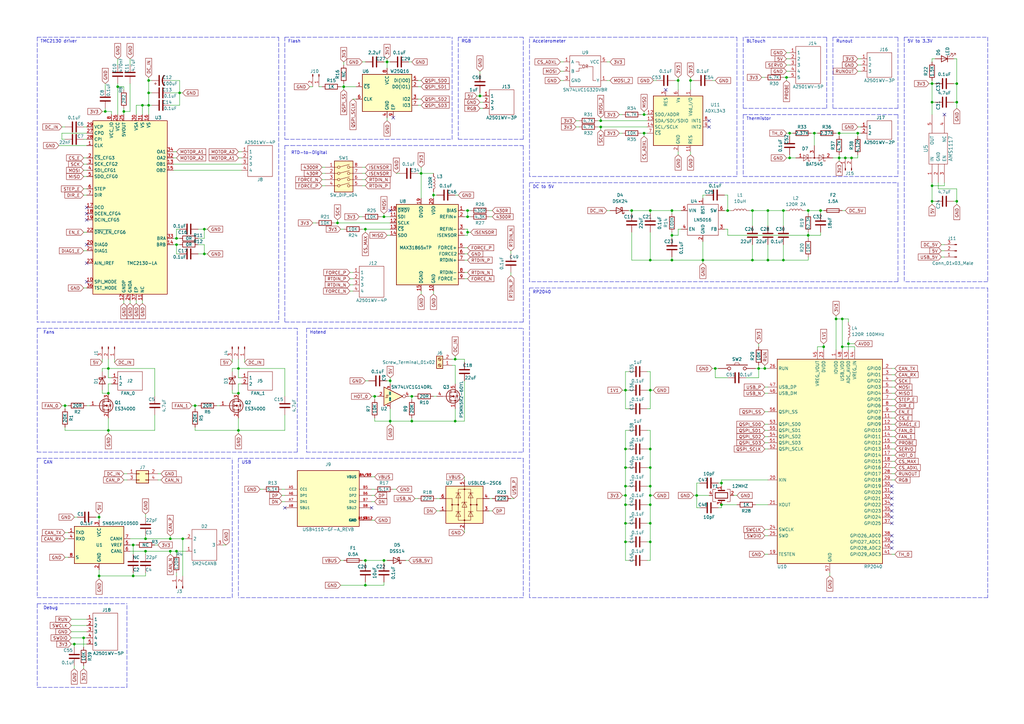
<source format=kicad_sch>
(kicad_sch (version 20211123) (generator eeschema)
  (paper "A3")
  (title_block (title "CANpaca-EB") (date "2022-09-18") (rev "1"))
  (junction (at 314.96 86.36))
  (junction (at 346.71 64.77))
  (junction (at 30.48 264.16))
  (junction (at 264.16 46.99))
  (junction (at 264.16 54.61))
  (junction (at 153.67 162.56))
  (junction (at 345.44 130.81))
  (junction (at 392.43 34.29))
  (junction (at 331.47 96.52))
  (junction (at 59.69 226.06))
  (junction (at 256.54 199.39))
  (junction (at 44.45 176.53))
  (junction (at 256.54 207.01))
  (junction (at 392.43 41.91))
  (junction (at 266.7 222.25))
  (junction (at 157.48 229.87))
  (junction (at 140.97 35.56))
  (junction (at 72.39 226.06))
  (junction (at 69.85 226.06))
  (junction (at 323.85 54.61))
  (junction (at 59.69 220.98))
  (junction (at 72.39 97.79))
  (junction (at 191.77 88.9))
  (junction (at 266.7 184.15))
  (junction (at 278.13 33.02))
  (junction (at 266.7 106.68))
  (junction (at 266.7 199.39))
  (junction (at 342.9 130.81))
  (junction (at 40.64 236.22))
  (junction (at 256.54 214.63))
  (junction (at 80.01 166.37))
  (junction (at 256.54 160.02))
  (junction (at 256.54 191.77))
  (junction (at 158.75 25.4))
  (junction (at 266.7 191.77))
  (junction (at 191.77 95.25))
  (junction (at 168.91 162.56))
  (junction (at 50.8 45.72))
  (junction (at 392.43 82.55))
  (junction (at 256.54 203.2))
  (junction (at 308.61 86.36))
  (junction (at 58.42 43.18))
  (junction (at 275.59 96.52))
  (junction (at 266.7 86.36))
  (junction (at 323.85 64.77))
  (junction (at 69.85 220.98))
  (junction (at 285.75 203.2))
  (junction (at 168.91 172.72))
  (junction (at 321.31 86.36))
  (junction (at 54.61 236.22))
  (junction (at 266.7 207.01))
  (junction (at 347.98 140.97))
  (junction (at 60.96 33.02))
  (junction (at 331.47 86.36))
  (junction (at 191.77 86.36))
  (junction (at 314.96 106.68))
  (junction (at 295.91 198.12))
  (junction (at 73.66 38.1))
  (junction (at 72.39 100.33))
  (junction (at 344.17 54.61))
  (junction (at 256.54 184.15))
  (junction (at 283.21 33.02))
  (junction (at 157.48 88.9))
  (junction (at 349.25 64.77))
  (junction (at 160.02 156.21))
  (junction (at 382.27 41.91))
  (junction (at 298.45 86.36))
  (junction (at 382.27 34.29))
  (junction (at 54.61 223.52))
  (junction (at 382.27 82.55))
  (junction (at 337.82 142.24))
  (junction (at 266.7 214.63))
  (junction (at 43.18 45.72))
  (junction (at 186.69 147.32))
  (junction (at 40.64 212.09))
  (junction (at 344.17 64.77))
  (junction (at 83.82 93.98))
  (junction (at 266.7 160.02))
  (junction (at 308.61 106.68))
  (junction (at 256.54 222.25))
  (junction (at 97.79 151.13))
  (junction (at 345.44 142.24))
  (junction (at 186.69 172.72))
  (junction (at 74.93 220.98))
  (junction (at 275.59 106.68))
  (junction (at 44.45 161.29))
  (junction (at 246.38 49.53))
  (junction (at 97.79 176.53))
  (junction (at 34.29 261.62))
  (junction (at 293.37 151.13))
  (junction (at 177.8 80.01))
  (junction (at 44.45 151.13))
  (junction (at 313.69 151.13))
  (junction (at 172.72 71.12))
  (junction (at 138.43 91.44))
  (junction (at 322.58 31.75))
  (junction (at 266.7 203.2))
  (junction (at 334.01 54.61))
  (junction (at 351.79 54.61))
  (junction (at 149.86 240.03))
  (junction (at 83.82 104.14))
  (junction (at 60.96 38.1))
  (junction (at 321.31 106.68))
  (junction (at 246.38 52.07))
  (junction (at 295.91 207.01))
  (junction (at 275.59 86.36))
  (junction (at 160.02 172.72))
  (junction (at 336.55 86.36))
  (junction (at 259.08 86.36))
  (junction (at 311.15 151.13))
  (junction (at 288.29 106.68))
  (junction (at 149.86 93.98))
  (junction (at 48.26 35.56))
  (junction (at 382.27 76.2))
  (junction (at 149.86 229.87))
  (junction (at 97.79 161.29))
  (junction (at 60.96 43.18))
  (junction (at 26.67 166.37))
  (junction (at 196.85 39.37))
  (no_connect (at 35.56 100.33))
  (no_connect (at 273.05 36.83))
  (no_connect (at 290.83 52.07))
  (no_connect (at 290.83 49.53))
  (no_connect (at 160.02 86.36))
  (no_connect (at 365.76 199.39))
  (no_connect (at 365.76 224.79))
  (no_connect (at 365.76 219.71))
  (no_connect (at 365.76 214.63))
  (no_connect (at 365.76 222.25))
  (no_connect (at 365.76 204.47))
  (no_connect (at 365.76 207.01))
  (no_connect (at 365.76 212.09))
  (no_connect (at 365.76 209.55))
  (no_connect (at 365.76 201.93))
  (no_connect (at 35.56 115.57))
  (no_connect (at 161.29 48.26))
  (no_connect (at 35.56 90.17))
  (no_connect (at 35.56 107.95))
  (no_connect (at 116.84 208.28))
  (no_connect (at 152.4 208.28))
  (no_connect (at 35.56 87.63))
  (no_connect (at 387.35 46.99))
  (no_connect (at 35.56 85.09))
  (wire (pts (xy 190.5 114.3) (xy 191.77 114.3)))
  (wire (pts (xy 43.18 44.45) (xy 43.18 45.72)))
  (wire (pts (xy 171.45 43.18) (xy 172.72 43.18)))
  (wire (pts (xy 25.4 54.61) (xy 25.4 57.15)))
  (wire (pts (xy 160.02 167.64) (xy 160.02 172.72)))
  (wire (pts (xy 337.82 140.97) (xy 337.82 142.24)))
  (wire (pts (xy 266.7 214.63) (xy 266.7 207.01)))
  (wire (pts (xy 313.69 181.61) (xy 314.96 181.61)))
  (wire (pts (xy 53.34 223.52) (xy 54.61 223.52)))
  (wire (pts (xy 264.16 46.99) (xy 265.43 46.99)))
  (wire (pts (xy 72.39 226.06) (xy 72.39 227.33)))
  (wire (pts (xy 161.29 200.66) (xy 162.56 200.66)))
  (wire (pts (xy 177.8 162.56) (xy 179.07 162.56)))
  (wire (pts (xy 83.82 93.98) (xy 85.09 93.98)))
  (wire (pts (xy 298.45 86.36) (xy 299.72 86.36)))
  (polyline (pts (xy 339.09 15.24) (xy 304.8 15.24)))
  (polyline (pts (xy 304.8 15.24) (xy 304.8 44.45)))
  (wire (pts (xy 43.18 45.72) (xy 45.72 45.72)))
  (wire (pts (xy 50.8 44.45) (xy 50.8 45.72)))
  (wire (pts (xy 365.76 179.07) (xy 367.03 179.07)))
  (wire (pts (xy 44.45 151.13) (xy 44.45 147.32)))
  (wire (pts (xy 186.69 146.05) (xy 186.69 147.32)))
  (wire (pts (xy 295.91 198.12) (xy 295.91 199.39)))
  (wire (pts (xy 322.58 31.75) (xy 322.58 33.02)))
  (wire (pts (xy 186.69 149.86) (xy 186.69 157.48)))
  (wire (pts (xy 95.25 161.29) (xy 97.79 161.29)))
  (wire (pts (xy 167.64 162.56) (xy 168.91 162.56)))
  (wire (pts (xy 97.79 171.45) (xy 97.79 176.53)))
  (wire (pts (xy 256.54 229.87) (xy 256.54 222.25)))
  (wire (pts (xy 60.96 33.02) (xy 62.23 33.02)))
  (wire (pts (xy 147.32 88.9) (xy 148.59 88.9)))
  (wire (pts (xy 95.25 160.02) (xy 95.25 161.29)))
  (wire (pts (xy 177.8 80.01) (xy 177.8 81.28)))
  (wire (pts (xy 255.27 160.02) (xy 256.54 160.02)))
  (wire (pts (xy 278.13 62.23) (xy 278.13 63.5)))
  (wire (pts (xy 323.85 64.77) (xy 323.85 63.5)))
  (wire (pts (xy 153.67 171.45) (xy 153.67 172.72)))
  (wire (pts (xy 29.21 256.54) (xy 35.56 256.54)))
  (wire (pts (xy 149.86 93.98) (xy 160.02 93.98)))
  (wire (pts (xy 71.12 100.33) (xy 72.39 100.33)))
  (wire (pts (xy 44.45 171.45) (xy 44.45 176.53)))
  (polyline (pts (xy 405.13 245.11) (xy 217.17 245.11)))
  (wire (pts (xy 382.27 34.29) (xy 382.27 33.02)))
  (wire (pts (xy 40.64 210.82) (xy 40.64 212.09)))
  (wire (pts (xy 137.16 91.44) (xy 138.43 91.44)))
  (wire (pts (xy 345.44 142.24) (xy 345.44 143.51)))
  (wire (pts (xy 81.28 104.14) (xy 83.82 104.14)))
  (wire (pts (xy 71.12 64.77) (xy 72.39 64.77)))
  (wire (pts (xy 365.76 168.91) (xy 367.03 168.91)))
  (wire (pts (xy 58.42 43.18) (xy 60.96 43.18)))
  (wire (pts (xy 191.77 88.9) (xy 193.04 88.9)))
  (wire (pts (xy 256.54 184.15) (xy 256.54 191.77)))
  (wire (pts (xy 60.96 33.02) (xy 60.96 38.1)))
  (wire (pts (xy 50.8 123.19) (xy 50.8 124.46)))
  (wire (pts (xy 41.91 152.4) (xy 41.91 151.13)))
  (wire (pts (xy 265.43 167.64) (xy 266.7 167.64)))
  (wire (pts (xy 265.43 184.15) (xy 266.7 184.15)))
  (wire (pts (xy 337.82 142.24) (xy 337.82 143.51)))
  (wire (pts (xy 171.45 33.02) (xy 172.72 33.02)))
  (wire (pts (xy 190.5 172.72) (xy 186.69 172.72)))
  (wire (pts (xy 365.76 153.67) (xy 367.03 153.67)))
  (polyline (pts (xy 370.84 15.24) (xy 370.84 115.57)))
  (wire (pts (xy 48.26 34.29) (xy 48.26 35.56)))
  (polyline (pts (xy 217.17 245.11) (xy 217.17 118.11)))
  (wire (pts (xy 334.01 54.61) (xy 335.28 54.61)))
  (wire (pts (xy 256.54 214.63) (xy 256.54 207.01)))
  (wire (pts (xy 321.31 86.36) (xy 321.31 92.71)))
  (wire (pts (xy 191.77 86.36) (xy 191.77 88.9)))
  (wire (pts (xy 44.45 161.29) (xy 44.45 157.48)))
  (wire (pts (xy 278.13 96.52) (xy 275.59 96.52)))
  (wire (pts (xy 196.85 44.45) (xy 198.12 44.45)))
  (wire (pts (xy 54.61 234.95) (xy 54.61 236.22)))
  (wire (pts (xy 143.51 114.3) (xy 144.78 114.3)))
  (wire (pts (xy 106.68 200.66) (xy 107.95 200.66)))
  (wire (pts (xy 382.27 46.99) (xy 382.27 41.91)))
  (wire (pts (xy 53.34 24.13) (xy 53.34 26.67)))
  (wire (pts (xy 246.38 49.53) (xy 245.11 49.53)))
  (wire (pts (xy 321.31 100.33) (xy 321.31 106.68)))
  (wire (pts (xy 331.47 96.52) (xy 331.47 97.79)))
  (wire (pts (xy 97.79 157.48) (xy 99.06 157.48)))
  (wire (pts (xy 30.48 264.16) (xy 35.56 264.16)))
  (wire (pts (xy 200.66 88.9) (xy 201.93 88.9)))
  (wire (pts (xy 351.79 54.61) (xy 351.79 55.88)))
  (wire (pts (xy 236.22 52.07) (xy 237.49 52.07)))
  (wire (pts (xy 53.34 34.29) (xy 53.34 45.72)))
  (wire (pts (xy 365.76 189.23) (xy 367.03 189.23)))
  (wire (pts (xy 266.7 176.53) (xy 266.7 184.15)))
  (wire (pts (xy 152.4 162.56) (xy 153.67 162.56)))
  (wire (pts (xy 116.84 170.18) (xy 116.84 176.53)))
  (polyline (pts (xy 368.3 44.45) (xy 368.3 15.24)))
  (wire (pts (xy 63.5 176.53) (xy 44.45 176.53)))
  (wire (pts (xy 177.8 78.74) (xy 177.8 80.01)))
  (wire (pts (xy 190.5 195.58) (xy 190.5 196.85)))
  (wire (pts (xy 344.17 63.5) (xy 344.17 64.77)))
  (wire (pts (xy 50.8 46.99) (xy 50.8 45.72)))
  (wire (pts (xy 196.85 41.91) (xy 198.12 41.91)))
  (wire (pts (xy 190.5 217.17) (xy 190.5 218.44)))
  (wire (pts (xy 323.85 54.61) (xy 325.12 54.61)))
  (wire (pts (xy 266.7 160.02) (xy 267.97 160.02)))
  (wire (pts (xy 140.97 35.56) (xy 146.05 35.56)))
  (wire (pts (xy 153.67 162.56) (xy 153.67 163.83)))
  (wire (pts (xy 158.75 96.52) (xy 160.02 96.52)))
  (polyline (pts (xy 405.13 115.57) (xy 370.84 115.57)))
  (wire (pts (xy 350.52 143.51) (xy 350.52 142.24)))
  (wire (pts (xy 99.06 154.94) (xy 97.79 154.94)))
  (wire (pts (xy 80.01 175.26) (xy 80.01 176.53)))
  (wire (pts (xy 298.45 96.52) (xy 331.47 96.52)))
  (polyline (pts (xy 341.63 15.24) (xy 341.63 44.45)))
  (wire (pts (xy 46.99 148.59) (xy 46.99 147.32)))
  (wire (pts (xy 382.27 82.55) (xy 382.27 76.2)))
  (wire (pts (xy 267.97 33.02) (xy 269.24 33.02)))
  (wire (pts (xy 148.59 71.12) (xy 149.86 71.12)))
  (wire (pts (xy 342.9 54.61) (xy 344.17 54.61)))
  (wire (pts (xy 43.18 34.29) (xy 43.18 36.83)))
  (wire (pts (xy 200.66 204.47) (xy 201.93 204.47)))
  (wire (pts (xy 298.45 93.98) (xy 298.45 96.52)))
  (wire (pts (xy 365.76 171.45) (xy 367.03 171.45)))
  (wire (pts (xy 179.07 209.55) (xy 180.34 209.55)))
  (wire (pts (xy 81.28 100.33) (xy 83.82 100.33)))
  (wire (pts (xy 172.72 68.58) (xy 172.72 71.12)))
  (wire (pts (xy 266.7 191.77) (xy 266.7 199.39)))
  (wire (pts (xy 148.59 76.2) (xy 149.86 76.2)))
  (wire (pts (xy 190.5 101.6) (xy 191.77 101.6)))
  (wire (pts (xy 336.55 86.36) (xy 337.82 86.36)))
  (wire (pts (xy 45.72 154.94) (xy 44.45 154.94)))
  (wire (pts (xy 313.69 158.75) (xy 314.96 158.75)))
  (wire (pts (xy 340.36 234.95) (xy 340.36 236.22)))
  (wire (pts (xy 69.85 226.06) (xy 69.85 227.33)))
  (wire (pts (xy 381 34.29) (xy 382.27 34.29)))
  (polyline (pts (xy 114.3 132.08) (xy 15.24 132.08)))
  (wire (pts (xy 279.4 93.98) (xy 278.13 93.98)))
  (wire (pts (xy 83.82 97.79) (xy 83.82 93.98)))
  (wire (pts (xy 186.69 167.64) (xy 186.69 172.72)))
  (wire (pts (xy 162.56 71.12) (xy 163.83 71.12)))
  (polyline (pts (xy 304.8 46.99) (xy 368.3 46.99)))
  (wire (pts (xy 191.77 95.25) (xy 193.04 95.25)))
  (wire (pts (xy 73.66 33.02) (xy 73.66 38.1)))
  (wire (pts (xy 347.98 140.97) (xy 350.52 140.97)))
  (wire (pts (xy 41.91 161.29) (xy 44.45 161.29)))
  (wire (pts (xy 63.5 170.18) (xy 63.5 176.53)))
  (wire (pts (xy 346.71 64.77) (xy 349.25 64.77)))
  (wire (pts (xy 266.7 207.01) (xy 266.7 203.2)))
  (wire (pts (xy 297.18 93.98) (xy 298.45 93.98)))
  (wire (pts (xy 314.96 196.85) (xy 295.91 196.85)))
  (wire (pts (xy 152.4 205.74) (xy 153.67 205.74)))
  (wire (pts (xy 285.75 208.28) (xy 285.75 203.2)))
  (wire (pts (xy 314.96 86.36) (xy 314.96 92.71)))
  (wire (pts (xy 294.64 208.28) (xy 295.91 208.28)))
  (wire (pts (xy 313.69 227.33) (xy 314.96 227.33)))
  (wire (pts (xy 246.38 52.07) (xy 246.38 53.34)))
  (wire (pts (xy 50.8 194.31) (xy 52.07 194.31)))
  (wire (pts (xy 196.85 38.1) (xy 196.85 39.37)))
  (wire (pts (xy 127 35.56) (xy 128.27 35.56)))
  (wire (pts (xy 50.8 36.83) (xy 50.8 35.56)))
  (wire (pts (xy 331.47 105.41) (xy 331.47 106.68)))
  (polyline (pts (xy 121.92 185.42) (xy 121.92 134.62)))
  (wire (pts (xy 190.5 86.36) (xy 191.77 86.36)))
  (polyline (pts (xy 125.73 134.62) (xy 125.73 185.42)))
  (wire (pts (xy 34.29 261.62) (xy 35.56 261.62)))
  (wire (pts (xy 391.16 34.29) (xy 392.43 34.29)))
  (wire (pts (xy 190.5 93.98) (xy 191.77 93.98)))
  (wire (pts (xy 29.21 259.08) (xy 35.56 259.08)))
  (wire (pts (xy 298.45 80.01) (xy 298.45 86.36)))
  (wire (pts (xy 288.29 81.28) (xy 288.29 80.01)))
  (wire (pts (xy 116.84 176.53) (xy 97.79 176.53)))
  (wire (pts (xy 365.76 163.83) (xy 367.03 163.83)))
  (wire (pts (xy 73.66 104.14) (xy 72.39 104.14)))
  (polyline (pts (xy 302.26 15.24) (xy 302.26 72.39)))
  (wire (pts (xy 313.69 184.15) (xy 314.96 184.15)))
  (wire (pts (xy 275.59 95.25) (xy 275.59 96.52)))
  (wire (pts (xy 342.9 130.81) (xy 342.9 129.54)))
  (wire (pts (xy 35.56 54.61) (xy 25.4 54.61)))
  (wire (pts (xy 168.91 171.45) (xy 168.91 172.72)))
  (wire (pts (xy 69.85 43.18) (xy 73.66 43.18)))
  (polyline (pts (xy 15.24 15.24) (xy 15.24 132.08)))
  (wire (pts (xy 143.51 116.84) (xy 144.78 116.84)))
  (wire (pts (xy 116.84 162.56) (xy 116.84 151.13)))
  (wire (pts (xy 34.29 67.31) (xy 35.56 67.31)))
  (polyline (pts (xy 217.17 118.11) (xy 405.13 118.11)))
  (wire (pts (xy 322.58 24.13) (xy 323.85 24.13)))
  (wire (pts (xy 157.48 88.9) (xy 160.02 88.9)))
  (wire (pts (xy 266.7 160.02) (xy 266.7 152.4)))
  (wire (pts (xy 45.72 45.72) (xy 45.72 46.99)))
  (wire (pts (xy 81.28 93.98) (xy 83.82 93.98)))
  (polyline (pts (xy 116.84 60.96) (xy 116.84 59.69)))
  (wire (pts (xy 335.28 143.51) (xy 335.28 142.24)))
  (wire (pts (xy 311.15 154.94) (xy 311.15 151.13)))
  (wire (pts (xy 387.35 74.93) (xy 387.35 76.2)))
  (wire (pts (xy 74.93 220.98) (xy 76.2 220.98)))
  (polyline (pts (xy 116.84 59.69) (xy 119.38 59.69)))
  (wire (pts (xy 322.58 29.21) (xy 323.85 29.21)))
  (wire (pts (xy 130.81 35.56) (xy 132.08 35.56)))
  (wire (pts (xy 158.75 24.13) (xy 158.75 25.4)))
  (wire (pts (xy 44.45 154.94) (xy 44.45 151.13)))
  (wire (pts (xy 157.48 240.03) (xy 149.86 240.03)))
  (wire (pts (xy 382.27 76.2) (xy 382.27 74.93)))
  (wire (pts (xy 41.91 151.13) (xy 44.45 151.13)))
  (wire (pts (xy 266.7 167.64) (xy 266.7 160.02)))
  (wire (pts (xy 59.69 220.98) (xy 69.85 220.98)))
  (wire (pts (xy 132.08 73.66) (xy 133.35 73.66)))
  (wire (pts (xy 254 54.61) (xy 255.27 54.61)))
  (wire (pts (xy 152.4 203.2) (xy 153.67 203.2)))
  (wire (pts (xy 148.59 93.98) (xy 149.86 93.98)))
  (wire (pts (xy 140.97 34.29) (xy 140.97 35.56)))
  (wire (pts (xy 384.81 77.47) (xy 392.43 77.47)))
  (wire (pts (xy 53.34 123.19) (xy 53.34 124.46)))
  (polyline (pts (xy 304.8 46.99) (xy 304.8 72.39)))
  (wire (pts (xy 266.7 199.39) (xy 266.7 203.2)))
  (wire (pts (xy 307.34 86.36) (xy 308.61 86.36)))
  (wire (pts (xy 308.61 86.36) (xy 308.61 92.71)))
  (wire (pts (xy 41.91 45.72) (xy 43.18 45.72)))
  (wire (pts (xy 309.88 151.13) (xy 311.15 151.13)))
  (wire (pts (xy 351.79 52.07) (xy 353.06 52.07)))
  (polyline (pts (xy 15.24 134.62) (xy 15.24 185.42)))
  (wire (pts (xy 97.79 154.94) (xy 97.79 151.13)))
  (wire (pts (xy 387.35 76.2) (xy 382.27 76.2)))
  (wire (pts (xy 58.42 123.19) (xy 58.42 124.46)))
  (wire (pts (xy 351.79 24.13) (xy 353.06 24.13)))
  (wire (pts (xy 97.79 151.13) (xy 97.79 147.32)))
  (wire (pts (xy 69.85 33.02) (xy 73.66 33.02)))
  (wire (pts (xy 140.97 25.4) (xy 140.97 26.67)))
  (wire (pts (xy 153.67 162.56) (xy 154.94 162.56)))
  (wire (pts (xy 152.4 213.36) (xy 153.67 213.36)))
  (wire (pts (xy 149.86 229.87) (xy 149.86 231.14)))
  (wire (pts (xy 34.29 77.47) (xy 35.56 77.47)))
  (polyline (pts (xy 368.3 46.99) (xy 368.3 72.39)))
  (wire (pts (xy 25.4 52.07) (xy 26.67 52.07)))
  (wire (pts (xy 50.8 45.72) (xy 53.34 45.72)))
  (wire (pts (xy 116.84 151.13) (xy 97.79 151.13)))
  (polyline (pts (xy 214.63 57.15) (xy 214.63 15.24)))
  (wire (pts (xy 345.44 130.81) (xy 345.44 142.24)))
  (wire (pts (xy 313.69 217.17) (xy 314.96 217.17)))
  (wire (pts (xy 29.21 254) (xy 35.56 254)))
  (wire (pts (xy 63.5 223.52) (xy 64.77 223.52)))
  (wire (pts (xy 300.99 203.2) (xy 302.26 203.2)))
  (polyline (pts (xy 15.24 187.96) (xy 95.25 187.96)))
  (wire (pts (xy 365.76 151.13) (xy 367.03 151.13)))
  (wire (pts (xy 149.86 238.76) (xy 149.86 240.03)))
  (wire (pts (xy 158.75 48.26) (xy 158.75 49.53)))
  (wire (pts (xy 256.54 167.64) (xy 256.54 160.02)))
  (wire (pts (xy 26.67 175.26) (xy 26.67 176.53)))
  (wire (pts (xy 256.54 203.2) (xy 255.27 203.2)))
  (wire (pts (xy 350.52 142.24) (xy 345.44 142.24)))
  (polyline (pts (xy 217.17 15.24) (xy 302.26 15.24)))
  (wire (pts (xy 322.58 26.67) (xy 323.85 26.67)))
  (wire (pts (xy 391.16 24.13) (xy 392.43 24.13)))
  (wire (pts (xy 39.37 212.09) (xy 40.64 212.09)))
  (wire (pts (xy 138.43 91.44) (xy 160.02 91.44)))
  (wire (pts (xy 382.27 82.55) (xy 383.54 82.55)))
  (wire (pts (xy 190.5 147.32) (xy 186.69 147.32)))
  (wire (pts (xy 72.39 93.98) (xy 72.39 97.79)))
  (polyline (pts (xy 95.25 245.11) (xy 95.25 187.96)))
  (wire (pts (xy 264.16 54.61) (xy 264.16 55.88)))
  (wire (pts (xy 71.12 69.85) (xy 99.06 69.85)))
  (wire (pts (xy 344.17 64.77) (xy 346.71 64.77)))
  (wire (pts (xy 209.55 204.47) (xy 210.82 204.47)))
  (wire (pts (xy 171.45 35.56) (xy 172.72 35.56)))
  (wire (pts (xy 41.91 160.02) (xy 41.91 161.29)))
  (wire (pts (xy 60.96 38.1) (xy 62.23 38.1)))
  (polyline (pts (xy 15.24 281.94) (xy 52.07 281.94)))
  (wire (pts (xy 157.48 229.87) (xy 158.75 229.87)))
  (wire (pts (xy 336.55 95.25) (xy 336.55 96.52)))
  (wire (pts (xy 229.87 29.21) (xy 231.14 29.21)))
  (wire (pts (xy 171.45 40.64) (xy 172.72 40.64)))
  (polyline (pts (xy 97.79 187.96) (xy 214.63 187.96)))
  (wire (pts (xy 257.81 207.01) (xy 256.54 207.01)))
  (wire (pts (xy 40.64 233.68) (xy 40.64 236.22)))
  (wire (pts (xy 266.7 222.25) (xy 266.7 214.63)))
  (wire (pts (xy 275.59 105.41) (xy 275.59 106.68)))
  (wire (pts (xy 293.37 151.13) (xy 294.64 151.13)))
  (wire (pts (xy 196.85 29.21) (xy 196.85 30.48)))
  (wire (pts (xy 262.89 54.61) (xy 264.16 54.61)))
  (wire (pts (xy 365.76 161.29) (xy 367.03 161.29)))
  (wire (pts (xy 26.67 228.6) (xy 27.94 228.6)))
  (wire (pts (xy 80.01 166.37) (xy 80.01 167.64)))
  (wire (pts (xy 190.5 156.21) (xy 190.5 172.72)))
  (wire (pts (xy 55.88 43.18) (xy 58.42 43.18)))
  (wire (pts (xy 278.13 93.98) (xy 278.13 96.52)))
  (wire (pts (xy 34.29 102.87) (xy 35.56 102.87)))
  (wire (pts (xy 341.63 64.77) (xy 344.17 64.77)))
  (wire (pts (xy 254 46.99) (xy 255.27 46.99)))
  (wire (pts (xy 284.48 203.2) (xy 285.75 203.2)))
  (polyline (pts (xy 15.24 247.65) (xy 52.07 247.65)))
  (wire (pts (xy 256.54 176.53) (xy 256.54 184.15)))
  (wire (pts (xy 186.69 147.32) (xy 185.42 147.32)))
  (wire (pts (xy 321.31 106.68) (xy 314.96 106.68)))
  (wire (pts (xy 365.76 156.21) (xy 367.03 156.21)))
  (wire (pts (xy 288.29 106.68) (xy 275.59 106.68)))
  (wire (pts (xy 139.7 229.87) (xy 140.97 229.87)))
  (wire (pts (xy 256.54 222.25) (xy 256.54 214.63)))
  (wire (pts (xy 26.67 166.37) (xy 26.67 167.64)))
  (wire (pts (xy 309.88 207.01) (xy 314.96 207.01)))
  (wire (pts (xy 69.85 226.06) (xy 72.39 226.06)))
  (polyline (pts (xy 114.3 15.24) (xy 114.3 132.08)))
  (wire (pts (xy 72.39 226.06) (xy 76.2 226.06)))
  (wire (pts (xy 172.72 71.12) (xy 172.72 81.28)))
  (wire (pts (xy 259.08 86.36) (xy 266.7 86.36)))
  (wire (pts (xy 55.88 123.19) (xy 55.88 124.46)))
  (wire (pts (xy 313.69 219.71) (xy 314.96 219.71)))
  (wire (pts (xy 97.79 64.77) (xy 99.06 64.77)))
  (polyline (pts (xy 341.63 15.24) (xy 368.3 15.24)))
  (wire (pts (xy 248.92 86.36) (xy 250.19 86.36)))
  (wire (pts (xy 365.76 186.69) (xy 367.03 186.69)))
  (wire (pts (xy 48.26 35.56) (xy 48.26 46.99)))
  (polyline (pts (xy 116.84 132.08) (xy 116.84 60.96)))
  (wire (pts (xy 158.75 25.4) (xy 158.75 27.94)))
  (wire (pts (xy 365.76 227.33) (xy 367.03 227.33)))
  (wire (pts (xy 365.76 173.99) (xy 367.03 173.99)))
  (wire (pts (xy 295.91 196.85) (xy 295.91 198.12)))
  (wire (pts (xy 59.69 234.95) (xy 59.69 236.22)))
  (wire (pts (xy 80.01 166.37) (xy 81.28 166.37)))
  (wire (pts (xy 321.31 31.75) (xy 322.58 31.75)))
  (wire (pts (xy 40.64 212.09) (xy 40.64 213.36)))
  (wire (pts (xy 195.58 39.37) (xy 196.85 39.37)))
  (polyline (pts (xy 116.84 15.24) (xy 116.84 57.15)))
  (wire (pts (xy 24.13 59.69) (xy 35.56 59.69)))
  (wire (pts (xy 295.91 208.28) (xy 295.91 207.01)))
  (wire (pts (xy 132.08 76.2) (xy 133.35 76.2)))
  (wire (pts (xy 58.42 46.99) (xy 58.42 43.18)))
  (wire (pts (xy 256.54 199.39) (xy 256.54 203.2)))
  (wire (pts (xy 41.91 148.59) (xy 41.91 147.32)))
  (wire (pts (xy 257.81 167.64) (xy 256.54 167.64)))
  (wire (pts (xy 60.96 43.18) (xy 62.23 43.18)))
  (polyline (pts (xy 214.63 59.69) (xy 214.63 132.08)))
  (wire (pts (xy 259.08 86.36) (xy 259.08 87.63)))
  (wire (pts (xy 97.79 62.23) (xy 99.06 62.23)))
  (wire (pts (xy 266.7 203.2) (xy 267.97 203.2)))
  (wire (pts (xy 35.56 166.37) (xy 36.83 166.37)))
  (wire (pts (xy 143.51 111.76) (xy 144.78 111.76)))
  (wire (pts (xy 264.16 45.72) (xy 264.16 46.99)))
  (wire (pts (xy 59.69 226.06) (xy 69.85 226.06)))
  (wire (pts (xy 345.44 130.81) (xy 342.9 130.81)))
  (wire (pts (xy 44.45 176.53) (xy 44.45 177.8)))
  (polyline (pts (xy 217.17 115.57) (xy 217.17 74.93)))
  (wire (pts (xy 48.26 24.13) (xy 48.26 26.67)))
  (wire (pts (xy 71.12 97.79) (xy 72.39 97.79)))
  (wire (pts (xy 91.44 223.52) (xy 92.71 223.52)))
  (wire (pts (xy 246.38 52.07) (xy 265.43 52.07)))
  (wire (pts (xy 95.25 151.13) (xy 97.79 151.13)))
  (wire (pts (xy 140.97 35.56) (xy 140.97 36.83)))
  (wire (pts (xy 44.45 157.48) (xy 45.72 157.48)))
  (wire (pts (xy 365.76 194.31) (xy 367.03 194.31)))
  (wire (pts (xy 345.44 86.36) (xy 346.71 86.36)))
  (wire (pts (xy 313.69 168.91) (xy 314.96 168.91)))
  (wire (pts (xy 256.54 207.01) (xy 256.54 203.2)))
  (polyline (pts (xy 52.07 281.94) (xy 52.07 247.65)))
  (wire (pts (xy 295.91 207.01) (xy 302.26 207.01)))
  (wire (pts (xy 386.08 102.87) (xy 387.35 102.87)))
  (wire (pts (xy 283.21 33.02) (xy 283.21 36.83)))
  (wire (pts (xy 78.74 166.37) (xy 80.01 166.37)))
  (wire (pts (xy 266.7 95.25) (xy 266.7 106.68)))
  (polyline (pts (xy 368.3 72.39) (xy 304.8 72.39)))
  (wire (pts (xy 275.59 86.36) (xy 275.59 87.63)))
  (wire (pts (xy 392.43 82.55) (xy 391.16 82.55)))
  (wire (pts (xy 160.02 156.21) (xy 160.02 157.48)))
  (wire (pts (xy 34.29 52.07) (xy 35.56 52.07)))
  (wire (pts (xy 314.96 86.36) (xy 321.31 86.36)))
  (wire (pts (xy 115.57 205.74) (xy 116.84 205.74)))
  (wire (pts (xy 256.54 160.02) (xy 257.81 160.02)))
  (wire (pts (xy 60.96 38.1) (xy 60.96 43.18)))
  (wire (pts (xy 322.58 31.75) (xy 323.85 31.75)))
  (wire (pts (xy 152.4 200.66) (xy 153.67 200.66)))
  (wire (pts (xy 157.48 25.4) (xy 158.75 25.4)))
  (wire (pts (xy 200.66 209.55) (xy 201.93 209.55)))
  (wire (pts (xy 168.91 162.56) (xy 170.18 162.56)))
  (wire (pts (xy 34.29 80.01) (xy 35.56 80.01)))
  (wire (pts (xy 321.31 86.36) (xy 322.58 86.36)))
  (wire (pts (xy 53.34 226.06) (xy 59.69 226.06)))
  (wire (pts (xy 386.08 100.33) (xy 387.35 100.33)))
  (wire (pts (xy 60.96 43.18) (xy 60.96 46.99)))
  (wire (pts (xy 25.4 57.15) (xy 26.67 57.15)))
  (wire (pts (xy 287.02 208.28) (xy 285.75 208.28)))
  (wire (pts (xy 144.78 40.64) (xy 146.05 40.64)))
  (wire (pts (xy 347.98 139.7) (xy 347.98 140.97)))
  (wire (pts (xy 293.37 151.13) (xy 292.1 151.13)))
  (wire (pts (xy 313.69 179.07) (xy 314.96 179.07)))
  (wire (pts (xy 30.48 212.09) (xy 31.75 212.09)))
  (wire (pts (xy 172.72 119.38) (xy 172.72 120.65)))
  (polyline (pts (xy 302.26 72.39) (xy 217.17 72.39)))
  (wire (pts (xy 365.76 158.75) (xy 367.03 158.75)))
  (wire (pts (xy 382.27 83.82) (xy 382.27 82.55)))
  (wire (pts (xy 190.5 106.68) (xy 191.77 106.68)))
  (wire (pts (xy 209.55 111.76) (xy 209.55 113.03)))
  (wire (pts (xy 365.76 176.53) (xy 367.03 176.53)))
  (wire (pts (xy 382.27 34.29) (xy 383.54 34.29)))
  (polyline (pts (xy 339.09 44.45) (xy 339.09 15.24)))
  (wire (pts (xy 306.07 154.94) (xy 311.15 154.94)))
  (wire (pts (xy 313.69 151.13) (xy 314.96 151.13)))
  (wire (pts (xy 323.85 54.61) (xy 323.85 55.88)))
  (wire (pts (xy 157.48 231.14) (xy 157.48 229.87)))
  (wire (pts (xy 265.43 176.53) (xy 266.7 176.53)))
  (polyline (pts (xy 116.84 15.24) (xy 185.42 15.24)))
  (wire (pts (xy 139.7 35.56) (xy 140.97 35.56)))
  (wire (pts (xy 100.33 148.59) (xy 100.33 147.32)))
  (wire (pts (xy 73.66 43.18) (xy 73.66 38.1)))
  (polyline (pts (xy 119.38 59.69) (xy 214.63 59.69)))
  (wire (pts (xy 311.15 140.97) (xy 311.15 142.24)))
  (wire (pts (xy 34.29 95.25) (xy 35.56 95.25)))
  (polyline (pts (xy 368.3 74.93) (xy 368.3 115.57)))
  (wire (pts (xy 331.47 106.68) (xy 321.31 106.68)))
  (wire (pts (xy 157.48 87.63) (xy 157.48 88.9)))
  (wire (pts (xy 265.43 229.87) (xy 266.7 229.87)))
  (polyline (pts (xy 214.63 132.08) (xy 116.84 132.08)))
  (wire (pts (xy 95.25 148.59) (xy 95.25 147.32)))
  (wire (pts (xy 265.43 222.25) (xy 266.7 222.25)))
  (wire (pts (xy 246.38 48.26) (xy 246.38 49.53)))
  (wire (pts (xy 157.48 238.76) (xy 157.48 240.03)))
  (wire (pts (xy 172.72 71.12) (xy 177.8 71.12)))
  (wire (pts (xy 64.77 194.31) (xy 66.04 194.31)))
  (wire (pts (xy 160.02 154.94) (xy 160.02 156.21)))
  (wire (pts (xy 132.08 71.12) (xy 133.35 71.12)))
  (wire (pts (xy 63.5 151.13) (xy 44.45 151.13)))
  (wire (pts (xy 153.67 172.72) (xy 160.02 172.72)))
  (polyline (pts (xy 185.42 57.15) (xy 185.42 15.24)))
  (polyline (pts (xy 217.17 72.39) (xy 217.17 15.24)))
  (polyline (pts (xy 217.17 74.93) (xy 219.71 74.93)))
  (wire (pts (xy 69.85 220.98) (xy 74.93 220.98)))
  (wire (pts (xy 191.77 95.25) (xy 191.77 96.52)))
  (polyline (pts (xy 125.73 185.42) (xy 214.63 185.42)))
  (wire (pts (xy 29.21 264.16) (xy 30.48 264.16)))
  (wire (pts (xy 59.69 219.71) (xy 59.69 220.98)))
  (wire (pts (xy 40.64 236.22) (xy 40.64 237.49)))
  (wire (pts (xy 143.51 119.38) (xy 144.78 119.38)))
  (wire (pts (xy 330.2 86.36) (xy 331.47 86.36)))
  (wire (pts (xy 313.69 173.99) (xy 314.96 173.99)))
  (wire (pts (xy 69.85 38.1) (xy 73.66 38.1)))
  (wire (pts (xy 392.43 24.13) (xy 392.43 34.29)))
  (wire (pts (xy 351.79 26.67) (xy 353.06 26.67)))
  (wire (pts (xy 311.15 151.13) (xy 313.69 151.13)))
  (wire (pts (xy 257.81 191.77) (xy 256.54 191.77)))
  (wire (pts (xy 59.69 226.06) (xy 59.69 227.33)))
  (polyline (pts (xy 307.34 44.45) (xy 339.09 44.45)))
  (wire (pts (xy 248.92 33.02) (xy 250.19 33.02)))
  (wire (pts (xy 186.69 172.72) (xy 168.91 172.72)))
  (wire (pts (xy 313.69 149.86) (xy 313.69 151.13)))
  (wire (pts (xy 392.43 83.82) (xy 392.43 82.55)))
  (wire (pts (xy 392.43 34.29) (xy 392.43 41.91)))
  (polyline (pts (xy 405.13 118.11) (xy 405.13 245.11)))
  (polyline (pts (xy 187.96 15.24) (xy 187.96 57.15)))
  (wire (pts (xy 196.85 39.37) (xy 198.12 39.37)))
  (wire (pts (xy 209.55 102.87) (xy 209.55 104.14)))
  (wire (pts (xy 152.4 195.58) (xy 153.67 195.58)))
  (wire (pts (xy 266.7 229.87) (xy 266.7 222.25)))
  (wire (pts (xy 177.8 80.01) (xy 179.07 80.01)))
  (wire (pts (xy 265.43 214.63) (xy 266.7 214.63)))
  (polyline (pts (xy 370.84 15.24) (xy 405.13 15.24)))
  (wire (pts (xy 138.43 90.17) (xy 138.43 91.44)))
  (wire (pts (xy 171.45 71.12) (xy 172.72 71.12)))
  (wire (pts (xy 365.76 196.85) (xy 367.03 196.85)))
  (wire (pts (xy 179.07 204.47) (xy 180.34 204.47)))
  (wire (pts (xy 259.08 95.25) (xy 259.08 106.68)))
  (wire (pts (xy 248.92 25.4) (xy 250.19 25.4)))
  (wire (pts (xy 190.5 148.59) (xy 190.5 147.32)))
  (wire (pts (xy 190.5 96.52) (xy 191.77 96.52)))
  (wire (pts (xy 314.96 100.33) (xy 314.96 106.68)))
  (wire (pts (xy 336.55 96.52) (xy 331.47 96.52)))
  (wire (pts (xy 266.7 106.68) (xy 259.08 106.68)))
  (polyline (pts (xy 15.24 187.96) (xy 15.24 245.11)))
  (wire (pts (xy 322.58 64.77) (xy 323.85 64.77)))
  (wire (pts (xy 148.59 73.66) (xy 149.86 73.66)))
  (wire (pts (xy 344.17 64.77) (xy 344.17 66.04)))
  (polyline (pts (xy 214.63 185.42) (xy 214.63 134.62)))
  (wire (pts (xy 283.21 31.75) (xy 283.21 33.02)))
  (wire (pts (xy 168.91 162.56) (xy 168.91 163.83)))
  (wire (pts (xy 177.8 119.38) (xy 177.8 120.65)))
  (wire (pts (xy 365.76 166.37) (xy 367.03 166.37)))
  (wire (pts (xy 71.12 62.23) (xy 72.39 62.23)))
  (wire (pts (xy 285.75 203.2) (xy 290.83 203.2)))
  (wire (pts (xy 73.66 93.98) (xy 72.39 93.98)))
  (wire (pts (xy 139.7 93.98) (xy 140.97 93.98)))
  (wire (pts (xy 63.5 162.56) (xy 63.5 151.13)))
  (wire (pts (xy 331.47 96.52) (xy 331.47 95.25)))
  (wire (pts (xy 283.21 62.23) (xy 283.21 63.5)))
  (wire (pts (xy 265.43 160.02) (xy 266.7 160.02)))
  (wire (pts (xy 26.67 218.44) (xy 27.94 218.44)))
  (wire (pts (xy 308.61 106.68) (xy 288.29 106.68)))
  (wire (pts (xy 158.75 25.4) (xy 160.02 25.4)))
  (polyline (pts (xy 368.3 115.57) (xy 217.17 115.57)))
  (wire (pts (xy 190.5 88.9) (xy 191.77 88.9)))
  (wire (pts (xy 115.57 200.66) (xy 116.84 200.66)))
  (wire (pts (xy 265.43 207.01) (xy 266.7 207.01)))
  (wire (pts (xy 83.82 104.14) (xy 85.09 104.14)))
  (wire (pts (xy 382.27 41.91) (xy 383.54 41.91)))
  (wire (pts (xy 148.59 68.58) (xy 149.86 68.58)))
  (wire (pts (xy 365.76 191.77) (xy 367.03 191.77)))
  (wire (pts (xy 26.67 166.37) (xy 27.94 166.37)))
  (wire (pts (xy 34.29 72.39) (xy 35.56 72.39)))
  (wire (pts (xy 148.59 229.87) (xy 149.86 229.87)))
  (wire (pts (xy 80.01 176.53) (xy 97.79 176.53)))
  (wire (pts (xy 257.81 214.63) (xy 256.54 214.63)))
  (wire (pts (xy 29.21 261.62) (xy 34.29 261.62)))
  (wire (pts (xy 256.54 152.4) (xy 256.54 160.02)))
  (wire (pts (xy 170.18 204.47) (xy 171.45 204.47)))
  (wire (pts (xy 34.29 261.62) (xy 34.29 265.43)))
  (wire (pts (xy 50.8 35.56) (xy 48.26 35.56)))
  (wire (pts (xy 245.11 52.07) (xy 246.38 52.07)))
  (wire (pts (xy 285.75 198.12) (xy 285.75 203.2)))
  (wire (pts (xy 392.43 77.47) (xy 392.43 82.55)))
  (wire (pts (xy 312.42 31.75) (xy 313.69 31.75)))
  (wire (pts (xy 392.43 44.45) (xy 392.43 41.91)))
  (wire (pts (xy 257.81 152.4) (xy 256.54 152.4)))
  (wire (pts (xy 229.87 33.02) (xy 231.14 33.02)))
  (wire (pts (xy 160.02 172.72) (xy 160.02 173.99)))
  (wire (pts (xy 382.27 41.91) (xy 382.27 34.29)))
  (wire (pts (xy 72.39 234.95) (xy 72.39 236.22)))
  (polyline (pts (xy 405.13 15.24) (xy 405.13 115.57)))
  (wire (pts (xy 334.01 54.61) (xy 334.01 59.69)))
  (wire (pts (xy 149.86 93.98) (xy 149.86 95.25)))
  (wire (pts (xy 351.79 29.21) (xy 353.06 29.21)))
  (wire (pts (xy 382.27 24.13) (xy 383.54 24.13)))
  (polyline (pts (xy 214.63 15.24) (xy 187.96 15.24)))
  (wire (pts (xy 365.76 184.15) (xy 367.03 184.15)))
  (wire (pts (xy 288.29 80.01) (xy 289.56 80.01)))
  (wire (pts (xy 288.29 107.95) (xy 288.29 106.68)))
  (wire (pts (xy 278.13 31.75) (xy 278.13 33.02)))
  (wire (pts (xy 322.58 54.61) (xy 323.85 54.61)))
  (polyline (pts (xy 304.8 44.45) (xy 307.34 44.45)))
  (wire (pts (xy 34.29 118.11) (xy 35.56 118.11)))
  (polyline (pts (xy 15.24 15.24) (xy 114.3 15.24)))
  (wire (pts (xy 236.22 49.53) (xy 237.49 49.53)))
  (polyline (pts (xy 214.63 245.11) (xy 97.79 245.11)))
  (wire (pts (xy 287.02 198.12) (xy 285.75 198.12)))
  (wire (pts (xy 351.79 64.77) (xy 349.25 64.77)))
  (wire (pts (xy 294.64 198.12) (xy 295.91 198.12)))
  (wire (pts (xy 72.39 100.33) (xy 73.66 100.33)))
  (wire (pts (xy 308.61 86.36) (xy 314.96 86.36)))
  (wire (pts (xy 34.29 273.05) (xy 34.29 274.32)))
  (wire (pts (xy 365.76 181.61) (xy 367.03 181.61)))
  (wire (pts (xy 336.55 87.63) (xy 336.55 86.36)))
  (wire (pts (xy 156.21 88.9) (xy 157.48 88.9)))
  (wire (pts (xy 353.06 54.61) (xy 351.79 54.61)))
  (polyline (pts (xy 187.96 57.15) (xy 214.63 57.15)))
  (wire (pts (xy 332.74 54.61) (xy 334.01 54.61)))
  (wire (pts (xy 392.43 41.91) (xy 391.16 41.91)))
  (wire (pts (xy 50.8 196.85) (xy 52.07 196.85)))
  (wire (pts (xy 265.43 152.4) (xy 266.7 152.4)))
  (wire (pts (xy 200.66 86.36) (xy 201.93 86.36)))
  (wire (pts (xy 257.81 199.39) (xy 256.54 199.39)))
  (wire (pts (xy 30.48 273.05) (xy 30.48 274.32)))
  (wire (pts (xy 288.29 99.06) (xy 288.29 106.68)))
  (wire (pts (xy 344.17 54.61) (xy 351.79 54.61)))
  (wire (pts (xy 297.18 86.36) (xy 298.45 86.36)))
  (polyline (pts (xy 341.63 44.45) (xy 368.3 44.45)))
  (wire (pts (xy 95.25 152.4) (xy 95.25 151.13)))
  (wire (pts (xy 266.7 86.36) (xy 275.59 86.36)))
  (wire (pts (xy 72.39 104.14) (xy 72.39 100.33)))
  (wire (pts (xy 257.81 86.36) (xy 259.08 86.36)))
  (wire (pts (xy 344.17 54.61) (xy 344.17 55.88)))
  (wire (pts (xy 313.69 161.29) (xy 314.96 161.29)))
  (wire (pts (xy 55.88 46.99) (xy 55.88 43.18)))
  (wire (pts (xy 97.79 176.53) (xy 97.79 177.8)))
  (wire (pts (xy 74.93 220.98) (xy 74.93 236.22)))
  (wire (pts (xy 59.69 210.82) (xy 59.69 212.09)))
  (wire (pts (xy 308.61 100.33) (xy 308.61 106.68)))
  (wire (pts (xy 257.81 176.53) (xy 256.54 176.53)))
  (polyline (pts (xy 15.24 247.65) (xy 15.24 281.94)))
  (wire (pts (xy 313.69 176.53) (xy 314.96 176.53)))
  (wire (pts (xy 69.85 219.71) (xy 69.85 220.98)))
  (polyline (pts (xy 15.24 134.62) (xy 121.92 134.62)))
  (wire (pts (xy 149.86 240.03) (xy 139.7 240.03)))
  (wire (pts (xy 148.59 25.4) (xy 149.86 25.4)))
  (wire (pts (xy 186.69 80.01) (xy 187.96 80.01)))
  (wire (pts (xy 34.29 57.15) (xy 35.56 57.15)))
  (wire (pts (xy 191.77 86.36) (xy 193.04 86.36)))
  (wire (pts (xy 191.77 93.98) (xy 191.77 95.25)))
  (wire (pts (xy 262.89 46.99) (xy 264.16 46.99)))
  (polyline (pts (xy 125.73 134.62) (xy 214.63 134.62)))
  (wire (pts (xy 83.82 100.33) (xy 83.82 104.14)))
  (wire (pts (xy 157.48 229.87) (xy 149.86 229.87)))
  (wire (pts (xy 128.27 91.44) (xy 129.54 91.44)))
  (wire (pts (xy 265.43 199.39) (xy 266.7 199.39)))
  (wire (pts (xy 257.81 229.87) (xy 256.54 229.87)))
  (wire (pts (xy 347.98 132.08) (xy 347.98 130.81)))
  (wire (pts (xy 34.29 69.85) (xy 35.56 69.85)))
  (polyline (pts (xy 214.63 187.96) (xy 214.63 245.11)))
  (wire (pts (xy 81.28 97.79) (xy 83.82 97.79)))
  (wire (pts (xy 275.59 96.52) (xy 275.59 97.79)))
  (wire (pts (xy 293.37 154.94) (xy 293.37 151.13)))
  (wire (pts (xy 167.64 25.4) (xy 168.91 25.4)))
  (wire (pts (xy 229.87 25.4) (xy 231.14 25.4)))
  (wire (pts (xy 72.39 97.79) (xy 73.66 97.79)))
  (wire (pts (xy 342.9 130.81) (xy 342.9 143.51)))
  (wire (pts (xy 297.18 80.01) (xy 298.45 80.01)))
  (wire (pts (xy 34.29 64.77) (xy 35.56 64.77)))
  (wire (pts (xy 26.67 220.98) (xy 27.94 220.98)))
  (wire (pts (xy 71.12 67.31) (xy 99.06 67.31)))
  (wire (pts (xy 25.4 166.37) (xy 26.67 166.37)))
  (wire (pts (xy 386.08 105.41) (xy 387.35 105.41)))
  (wire (pts (xy 73.66 38.1) (xy 74.93 38.1)))
  (wire (pts (xy 132.08 68.58) (xy 133.35 68.58)))
  (wire (pts (xy 336.55 86.36) (xy 331.47 86.36)))
  (wire (pts (xy 115.57 203.2) (xy 116.84 203.2)))
  (wire (pts (xy 331.47 86.36) (xy 331.47 87.63)))
  (wire (pts (xy 97.79 161.29) (xy 97.79 157.48)))
  (wire (pts (xy 266.7 184.15) (xy 266.7 191.77)))
  (wire (pts (xy 283.21 33.02) (xy 284.48 33.02)))
  (wire (pts (xy 190.5 104.14) (xy 191.77 104.14)))
  (wire (pts (xy 275.59 86.36) (xy 279.4 86.36)))
  (polyline (pts (xy 116.84 57.15) (xy 185.42 57.15)))
  (wire (pts (xy 265.43 191.77) (xy 266.7 191.77)))
  (wire (pts (xy 257.81 184.15) (xy 256.54 184.15)))
  (wire (pts (xy 314.96 106.68) (xy 308.61 106.68)))
  (wire (pts (xy 264.16 54.61) (xy 265.43 54.61)))
  (polyline (pts (xy 15.24 185.42) (xy 121.92 185.42)))
  (wire (pts (xy 54.61 236.22) (xy 40.64 236.22)))
  (wire (pts (xy 276.86 33.02) (xy 278.13 33.02)))
  (wire (pts (xy 311.15 149.86) (xy 311.15 151.13)))
  (wire (pts (xy 26.67 176.53) (xy 44.45 176.53)))
  (wire (pts (xy 384.81 74.93) (xy 384.81 77.47)))
  (wire (pts (xy 190.5 111.76) (xy 191.77 111.76)))
  (wire (pts (xy 246.38 49.53) (xy 265.43 49.53)))
  (wire (pts (xy 59.69 236.22) (xy 54.61 236.22)))
  (wire (pts (xy 158.75 156.21) (xy 160.02 156.21)))
  (wire (pts (xy 266.7 86.36) (xy 266.7 87.63)))
  (wire (pts (xy 326.39 64.77) (xy 323.85 64.77)))
  (wire (pts (xy 54.61 223.52) (xy 55.88 223.52)))
  (polyline (pts (xy 219.71 74.93) (xy 368.3 74.93)))
  (wire (pts (xy 278.13 33.02) (xy 278.13 36.83)))
  (wire (pts (xy 166.37 229.87) (xy 167.64 229.87)))
  (wire (pts (xy 60.96 31.75) (xy 60.96 33.02)))
  (wire (pts (xy 256.54 191.77) (xy 256.54 199.39)))
  (wire (pts (xy 292.1 33.02) (xy 293.37 33.02)))
  (polyline (pts (xy 97.79 187.96) (xy 97.79 245.11)))
  (wire (pts (xy 382.27 25.4) (xy 382.27 24.13)))
  (wire (pts (xy 322.58 21.59) (xy 323.85 21.59)))
  (wire (pts (xy 347.98 130.81) (xy 345.44 130.81)))
  (wire (pts (xy 54.61 223.52) (xy 54.61 227.33)))
  (wire (pts (xy 275.59 106.68) (xy 266.7 106.68)))
  (wire (pts (xy 257.81 222.25) (xy 256.54 222.25)))
  (wire (pts (xy 351.79 63.5) (xy 351.79 64.77)))
  (wire (pts (xy 185.42 149.86) (xy 186.69 149.86)))
  (wire (pts (xy 88.9 166.37) (xy 90.17 166.37)))
  (wire (pts (xy 149.86 156.21) (xy 151.13 156.21)))
  (wire (pts (xy 347.98 140.97) (xy 347.98 143.51)))
  (wire (pts (xy 30.48 264.16) (xy 30.48 265.43)))
  (wire (pts (xy 335.28 142.24) (xy 337.82 142.24)))
  (wire (pts (xy 64.77 196.85) (xy 66.04 196.85)))
  (wire (pts (xy 53.34 220.98) (xy 59.69 220.98)))
  (polyline (pts (xy 15.24 245.11) (xy 95.25 245.11)))
  (wire (pts (xy 168.91 172.72) (xy 160.02 172.72)))
  (wire (pts (xy 298.45 154.94) (xy 293.37 154.94)))
  (text "5V to 3.3V" (at 372.11 17.78 0) (effects (font (size 1.27 1.27)) (justify left bottom)))
  (text "Fans" (at 17.78 137.16 0) (effects (font (size 1.27 1.27)) (justify left bottom)))
  (text "TMC2130 driver\n" (at 16.51 17.78 0) (effects (font (size 1.27 1.27)) (justify left bottom)))
  (text "Flash\n" (at 118.11 17.78 0) (effects (font (size 1.27 1.27)) (justify left bottom)))
  (text "USB\n" (at 99.06 190.5 0) (effects (font (size 1.27 1.27)) (justify left bottom)))
  (text "BLTouch" (at 306.07 17.78 0) (effects (font (size 1.27 1.27)) (justify left bottom)))
  (text "RP2040\n" (at 218.44 120.65 0) (effects (font (size 1.27 1.27)) (justify left bottom)))
  (text "Accelerometer\n" (at 218.44 17.78 0) (effects (font (size 1.27 1.27)) (justify left bottom)))
  (text "RGB\n" (at 189.23 17.78 0) (effects (font (size 1.27 1.27)) (justify left bottom)))
  (text "Runout" (at 342.9 17.78 0) (effects (font (size 1.27 1.27)) (justify left bottom)))
  (text "Hotend" (at 127 137.16 0) (effects (font (size 1.27 1.27)) (justify left bottom)))
  (text "RTD-to-Digital" (at 119.38 63.5 0) (effects (font (size 1.27 1.27)) (justify left bottom)))
  (text "Thermistor" (at 306.07 49.53 0) (effects (font (size 1.27 1.27)) (justify left bottom)))
  (text "CAN" (at 17.78 190.5 0) (effects (font (size 1.27 1.27)) (justify left bottom)))
  (text "Debug\n" (at 17.78 250.19 0) (effects (font (size 1.27 1.27)) (justify left bottom)))
  (text "DC to 5V\n" (at 218.44 77.47 0) (effects (font (size 1.27 1.27)) (justify left bottom)))
  (global_label "STEP_E" (shape input) (at 34.29 77.47 180) (property "Intersheet References" "${INTERSHEET_REFS}" (effects hide)))
  (global_label "GND" (shape input) (at 26.67 228.6 180) (property "Intersheet References" "${INTERSHEET_REFS}" (effects hide)))
  (global_label "GND" (shape input) (at 59.69 210.82 90) (property "Intersheet References" "${INTERSHEET_REFS}" (effects hide)))
  (global_label "3V3" (shape input) (at 351.79 24.13 180) (property "Intersheet References" "${INTERSHEET_REFS}" (effects hide)))
  (global_label "MOSI_2" (shape input) (at 246.38 48.26 90) (property "Intersheet References" "${INTERSHEET_REFS}" (effects hide)))
  (global_label "HOT_0" (shape input) (at 367.03 186.69 0) (property "Intersheet References" "${INTERSHEET_REFS}" (effects hide)))
  (global_label "CS_ADXL" (shape input) (at 264.16 55.88 270) (property "Intersheet References" "${INTERSHEET_REFS}" (effects hide)))
  (global_label "3V3" (shape input) (at 64.77 223.52 0) (property "Intersheet References" "${INTERSHEET_REFS}" (effects hide)))
  (global_label "GND" (shape input) (at 139.7 240.03 180) (property "Intersheet References" "${INTERSHEET_REFS}" (effects hide)))
  (global_label "GND" (shape input) (at 148.59 25.4 180) (property "Intersheet References" "${INTERSHEET_REFS}" (effects hide)))
  (global_label "QSPI_SD1" (shape input) (at 313.69 176.53 180) (property "Intersheet References" "${INTERSHEET_REFS}" (effects hide)))
  (global_label "SCK" (shape input) (at 246.38 53.34 270) (property "Intersheet References" "${INTERSHEET_REFS}" (effects hide)))
  (global_label "3V3" (shape input) (at 254 54.61 180) (property "Intersheet References" "${INTERSHEET_REFS}" (effects hide)))
  (global_label "GND" (shape input) (at 351.79 52.07 180) (property "Intersheet References" "${INTERSHEET_REFS}" (effects hide)))
  (global_label "CAN_TX" (shape input) (at 367.03 151.13 0) (property "Intersheet References" "${INTERSHEET_REFS}" (effects hide)))
  (global_label "GND" (shape input) (at 191.77 104.14 0) (property "Intersheet References" "${INTERSHEET_REFS}" (effects hide)))
  (global_label "GND" (shape input) (at 340.36 236.22 270) (property "Intersheet References" "${INTERSHEET_REFS}" (effects hide)))
  (global_label "CAN_P" (shape input) (at 69.85 219.71 90) (property "Intersheet References" "${INTERSHEET_REFS}" (effects hide)))
  (global_label "MOSI" (shape input) (at 157.48 87.63 90) (property "Intersheet References" "${INTERSHEET_REFS}" (effects hide)))
  (global_label "GND" (shape input) (at 196.85 41.91 180) (property "Intersheet References" "${INTERSHEET_REFS}" (effects hide)))
  (global_label "SWDIO" (shape input) (at 313.69 219.71 180) (property "Intersheet References" "${INTERSHEET_REFS}" (effects hide)))
  (global_label "DC_IN" (shape input) (at 60.96 31.75 90) (property "Intersheet References" "${INTERSHEET_REFS}" (effects hide)))
  (global_label "DIAG1_E" (shape input) (at 34.29 102.87 180) (property "Intersheet References" "${INTERSHEET_REFS}" (effects hide)))
  (global_label "FORCE_P" (shape input) (at 191.77 101.6 0) (property "Intersheet References" "${INTERSHEET_REFS}" (effects hide)))
  (global_label "GND" (shape input) (at 162.56 71.12 90) (property "Intersheet References" "${INTERSHEET_REFS}" (effects hide)))
  (global_label "3V3" (shape input) (at 29.21 264.16 180) (property "Intersheet References" "${INTERSHEET_REFS}" (effects hide)))
  (global_label "TH_0" (shape input) (at 322.58 54.61 180) (property "Intersheet References" "${INTERSHEET_REFS}" (effects hide)))
  (global_label "DC_5V" (shape input) (at 386.08 100.33 180) (property "Intersheet References" "${INTERSHEET_REFS}" (effects hide)))
  (global_label "QSPI_SD2" (shape input) (at 172.72 40.64 0) (property "Intersheet References" "${INTERSHEET_REFS}" (effects hide)))
  (global_label "3V3" (shape input) (at 236.22 49.53 180) (property "Intersheet References" "${INTERSHEET_REFS}" (effects hide)))
  (global_label "MOSI_2" (shape input) (at 250.19 33.02 0) (property "Intersheet References" "${INTERSHEET_REFS}" (effects hide)))
  (global_label "GND" (shape input) (at 162.56 200.66 0) (property "Intersheet References" "${INTERSHEET_REFS}" (effects hide)))
  (global_label "5V" (shape input) (at 386.08 102.87 180) (property "Intersheet References" "${INTERSHEET_REFS}" (effects hide)))
  (global_label "DC_IN" (shape input) (at 25.4 52.07 180) (property "Intersheet References" "${INTERSHEET_REFS}" (effects hide)))
  (global_label "DP" (shape input) (at 201.93 209.55 0) (property "Intersheet References" "${INTERSHEET_REFS}" (effects hide)))
  (global_label "5V" (shape input) (at 322.58 24.13 180) (property "Intersheet References" "${INTERSHEET_REFS}" (effects hide)))
  (global_label "SERVO" (shape input) (at 322.58 26.67 180) (property "Intersheet References" "${INTERSHEET_REFS}" (effects hide)))
  (global_label "QSPI_SD3" (shape input) (at 172.72 43.18 0) (property "Intersheet References" "${INTERSHEET_REFS}" (effects hide)))
  (global_label "GND" (shape input) (at 267.97 33.02 180) (property "Intersheet References" "${INTERSHEET_REFS}" (effects hide)))
  (global_label "GND" (shape input) (at 196.85 29.21 90) (property "Intersheet References" "${INTERSHEET_REFS}" (effects hide)))
  (global_label "GND" (shape input) (at 283.21 63.5 270) (property "Intersheet References" "${INTERSHEET_REFS}" (effects hide)))
  (global_label "DC_IN" (shape input) (at 186.69 146.05 90) (property "Intersheet References" "${INTERSHEET_REFS}" (effects hide)))
  (global_label "ISENSOR" (shape input) (at 149.86 71.12 0) (property "Intersheet References" "${INTERSHEET_REFS}" (effects hide)))
  (global_label "PROBE" (shape input) (at 322.58 33.02 270) (property "Intersheet References" "${INTERSHEET_REFS}" (effects hide)))
  (global_label "ISENSOR" (shape input) (at 149.86 68.58 0) (property "Intersheet References" "${INTERSHEET_REFS}" (effects hide)))
  (global_label "GND" (shape input) (at 322.58 21.59 180) (property "Intersheet References" "${INTERSHEET_REFS}" (effects hide)))
  (global_label "PROBE" (shape input) (at 367.03 181.61 0) (property "Intersheet References" "${INTERSHEET_REFS}" (effects hide)))
  (global_label "DP" (shape input) (at 153.67 203.2 0) (property "Intersheet References" "${INTERSHEET_REFS}" (effects hide)))
  (global_label "RTDIN_P" (shape input) (at 143.51 114.3 180) (property "Intersheet References" "${INTERSHEET_REFS}" (effects hide)))
  (global_label "3V3" (shape input) (at 172.72 68.58 90) (property "Intersheet References" "${INTERSHEET_REFS}" (effects hide)))
  (global_label "QSPI_SD2" (shape input) (at 313.69 179.07 180) (property "Intersheet References" "${INTERSHEET_REFS}" (effects hide)))
  (global_label "CAN_N" (shape input) (at 69.85 227.33 270) (property "Intersheet References" "${INTERSHEET_REFS}" (effects hide)))
  (global_label "USB_N" (shape input) (at 313.69 161.29 180) (property "Intersheet References" "${INTERSHEET_REFS}" (effects hide)))
  (global_label "QSPI_SCLK" (shape input) (at 313.69 184.15 180) (property "Intersheet References" "${INTERSHEET_REFS}" (effects hide)))
  (global_label "CAN_N" (shape input) (at 66.04 196.85 0) (property "Intersheet References" "${INTERSHEET_REFS}" (effects hide)))
  (global_label "GND" (shape input) (at 392.43 44.45 270) (property "Intersheet References" "${INTERSHEET_REFS}" (effects hide)))
  (global_label "3V3" (shape input) (at 236.22 52.07 180) (property "Intersheet References" "${INTERSHEET_REFS}" (effects hide)))
  (global_label "HOT_0" (shape input) (at 152.4 162.56 180) (property "Intersheet References" "${INTERSHEET_REFS}" (effects hide)))
  (global_label "MISO" (shape input) (at 367.03 161.29 0) (property "Intersheet References" "${INTERSHEET_REFS}" (effects hide)))
  (global_label "MOSI" (shape input) (at 229.87 29.21 180) (property "Intersheet References" "${INTERSHEET_REFS}" (effects hide)))
  (global_label "GND" (shape input) (at 127 35.56 180) (property "Intersheet References" "${INTERSHEET_REFS}" (effects hide)))
  (global_label "CAN_TX" (shape input) (at 26.67 218.44 180) (property "Intersheet References" "${INTERSHEET_REFS}" (effects hide)))
  (global_label "3V3" (shape input) (at 278.13 31.75 90) (property "Intersheet References" "${INTERSHEET_REFS}" (effects hide)))
  (global_label "SWDIO" (shape input) (at 29.21 261.62 180) (property "Intersheet References" "${INTERSHEET_REFS}" (effects hide)))
  (global_label "GND" (shape input) (at 158.75 49.53 270) (property "Intersheet References" "${INTERSHEET_REFS}" (effects hide)))
  (global_label "3V3" (shape input) (at 344.17 66.04 270) (property "Intersheet References" "${INTERSHEET_REFS}" (effects hide)))
  (global_label "5V" (shape input) (at 95.25 148.59 180) (property "Intersheet References" "${INTERSHEET_REFS}" (effects hide)))
  (global_label "DIR_E" (shape input) (at 367.03 166.37 0) (property "Intersheet References" "${INTERSHEET_REFS}" (effects hide)))
  (global_label "USB_P" (shape input) (at 313.69 158.75 180) (property "Intersheet References" "${INTERSHEET_REFS}" (effects hide)))
  (global_label "430R" (shape input) (at 132.08 71.12 180) (property "Intersheet References" "${INTERSHEET_REFS}" (effects hide)))
  (global_label "MOTOR_A2" (shape input) (at 97.79 62.23 180) (property "Intersheet References" "${INTERSHEET_REFS}" (effects hide)))
  (global_label "FAN_1" (shape input) (at 367.03 179.07 0) (property "Intersheet References" "${INTERSHEET_REFS}" (effects hide)))
  (global_label "3V3" (shape input) (at 283.21 31.75 90) (property "Intersheet References" "${INTERSHEET_REFS}" (effects hide)))
  (global_label "FORCE_N" (shape input) (at 191.77 114.3 0) (property "Intersheet References" "${INTERSHEET_REFS}" (effects hide)))
  (global_label "SERVO" (shape input) (at 367.03 184.15 0) (property "Intersheet References" "${INTERSHEET_REFS}" (effects hide)))
  (global_label "GND" (shape input) (at 284.48 203.2 180) (property "Intersheet References" "${INTERSHEET_REFS}" (effects hide)))
  (global_label "CS_E" (shape input) (at 34.29 64.77 180) (property "Intersheet References" "${INTERSHEET_REFS}" (effects hide)))
  (global_label "GND" (shape input) (at 29.21 259.08 180) (property "Intersheet References" "${INTERSHEET_REFS}" (effects hide)))
  (global_label "RUNOUT" (shape input) (at 351.79 29.21 180) (property "Intersheet References" "${INTERSHEET_REFS}" (effects hide)))
  (global_label "CAN_P" (shape input) (at 50.8 196.85 180) (property "Intersheet References" "${INTERSHEET_REFS}" (effects hide)))
  (global_label "GND" (shape input) (at 34.29 118.11 180) (property "Intersheet References" "${INTERSHEET_REFS}" (effects hide)))
  (global_label "DC_IN" (shape input) (at 46.99 148.59 0) (property "Intersheet References" "${INTERSHEET_REFS}" (effects hide)))
  (global_label "DC_IN" (shape input) (at 100.33 148.59 0) (property "Intersheet References" "${INTERSHEET_REFS}" (effects hide)))
  (global_label "FORCE_P" (shape input) (at 143.51 111.76 180) (property "Intersheet References" "${INTERSHEET_REFS}" (effects hide)))
  (global_label "STEP_E" (shape input) (at 367.03 163.83 0) (property "Intersheet References" "${INTERSHEET_REFS}" (effects hide)))
  (global_label "GND" (shape input) (at 322.58 64.77 180) (property "Intersheet References" "${INTERSHEET_REFS}" (effects hide)))
  (global_label "SWCLK" (shape input) (at 313.69 217.17 180) (property "Intersheet References" "${INTERSHEET_REFS}" (effects hide)))
  (global_label "QSPI_SS" (shape input) (at 313.69 168.91 180) (property "Intersheet References" "${INTERSHEET_REFS}" (effects hide)))
  (global_label "3V3" (shape input) (at 255.27 203.2 180) (property "Intersheet References" "${INTERSHEET_REFS}" (effects hide)))
  (global_label "RUN" (shape input) (at 29.21 254 180) (property "Intersheet References" "${INTERSHEET_REFS}" (effects hide)))
  (global_label "GND" (shape input) (at 177.8 120.65 270) (property "Intersheet References" "${INTERSHEET_REFS}" (effects hide)))
  (global_label "CS_MAX" (shape input) (at 149.86 95.25 270) (property "Intersheet References" "${INTERSHEET_REFS}" (effects hide)))
  (global_label "3V3" (shape input) (at 254 46.99 180) (property "Intersheet References" "${INTERSHEET_REFS}" (effects hide)))
  (global_label "GND" (shape input) (at 267.97 203.2 0) (property "Intersheet References" "${INTERSHEET_REFS}" (effects hide)))
  (global_label "GND" (shape input) (at 149.86 156.21 180) (property "Intersheet References" "${INTERSHEET_REFS}" (effects hide)))
  (global_label "MOTOR_A1" (shape input) (at 72.39 62.23 0) (property "Intersheet References" "${INTERSHEET_REFS}" (effects hide)))
  (global_label "GND" (shape input) (at 229.87 33.02 180) (property "Intersheet References" "${INTERSHEET_REFS}" (effects hide)))
  (global_label "MISO" (shape input) (at 264.16 45.72 90) (property "Intersheet References" "${INTERSHEET_REFS}" (effects hide)))
  (global_label "GND" (shape input) (at 66.04 194.31 0) (property "Intersheet References" "${INTERSHEET_REFS}" (effects hide)))
  (global_label "GND" (shape input) (at 30.48 274.32 270) (property "Intersheet References" "${INTERSHEET_REFS}" (effects hide)))
  (global_label "QSPI_SD0" (shape input) (at 172.72 33.02 0) (property "Intersheet References" "${INTERSHEET_REFS}" (effects hide)))
  (global_label "QSPI_SD1" (shape input) (at 172.72 35.56 0) (property "Intersheet References" "${INTERSHEET_REFS}" (effects hide)))
  (global_label "GND" (shape input) (at 392.43 83.82 270) (property "Intersheet References" "${INTERSHEET_REFS}" (effects hide)))
  (global_label "ISENSOR" (shape input) (at 193.04 95.25 0) (property "Intersheet References" "${INTERSHEET_REFS}" (effects hide)))
  (global_label "3V3" (shape input) (at 311.15 140.97 90) (property "Intersheet References" "${INTERSHEET_REFS}" (effects hide)))
  (global_label "3V3" (shape input) (at 147.32 88.9 180) (property "Intersheet References" "${INTERSHEET_REFS}" (effects hide)))
  (global_label "GND" (shape input) (at 322.58 29.21 180) (property "Intersheet References" "${INTERSHEET_REFS}" (effects hide)))
  (global_label "GND" (shape input) (at 106.68 200.66 180) (property "Intersheet References" "${INTERSHEET_REFS}" (effects hide)))
  (global_label "SCK" (shape input) (at 138.43 90.17 90) (property "Intersheet References" "${INTERSHEET_REFS}" (effects hide)))
  (global_label "430R" (shape input) (at 201.93 86.36 0) (property "Intersheet References" "${INTERSHEET_REFS}" (effects hide)))
  (global_label "GND" (shape input) (at 92.71 223.52 90) (property "Intersheet References" "${INTERSHEET_REFS}" (effects hide)))
  (global_label "1V1" (shape input) (at 337.82 140.97 90) (property "Intersheet References" "${INTERSHEET_REFS}" (effects hide)))
  (global_label "MOSI" (shape input) (at 367.03 158.75 0) (property "Intersheet References" "${INTERSHEET_REFS}" (effects hide)))
  (global_label "DN" (shape input) (at 153.67 205.74 0) (property "Intersheet References" "${INTERSHEET_REFS}" (effects hide)))
  (global_label "RTDIN_N" (shape input) (at 191.77 111.76 0) (property "Intersheet References" "${INTERSHEET_REFS}" (effects hide)))
  (global_label "VBUS" (shape input) (at 139.7 229.87 180) (property "Intersheet References" "${INTERSHEET_REFS}" (effects hide)))
  (global_label "FORCE_N" (shape input) (at 143.51 119.38 180) (property "Intersheet References" "${INTERSHEET_REFS}" (effects hide)))
  (global_label "3V3" (shape input) (at 34.29 274.32 270) (property "Intersheet References" "${INTERSHEET_REFS}" (effects hide)))
  (global_label "USB_P" (shape input) (at 210.82 204.47 90) (property "Intersheet References" "${INTERSHEET_REFS}" (effects hide)))
  (global_label "DC_IN" (shape input) (at 248.92 86.36 180) (property "Intersheet References" "${INTERSHEET_REFS}" (effects hide)))
  (global_label "GND" (shape input) (at 55.88 124.46 270) (property "Intersheet References" "${INTERSHEET_REFS}" (effects hide)))
  (global_label "TH_0" (shape input) (at 367.03 227.33 0) (property "Intersheet References" "${INTERSHEET_REFS}" (effects hide)))
  (global_label "MISO" (shape input) (at 34.29 72.39 180) (property "Intersheet References" "${INTERSHEET_REFS}" (effects hide)))
  (global_label "RGB" (shape input) (at 367.03 196.85 0) (property "Intersheet References" "${INTERSHEET_REFS}" (effects hide)))
  (global_label "RTDIN_P" (shape input) (at 149.86 76.2 0) (property "Intersheet References" "${INTERSHEET_REFS}" (effects hide)))
  (global_label "GND" (shape input) (at 288.29 107.95 270) (property "Intersheet References" "${INTERSHEET_REFS}" (effects hide)))
  (global_label "CS_ADXL" (shape input) (at 367.03 191.77 0) (property "Intersheet References" "${INTERSHEET_REFS}" (effects hide)))
  (global_label "GND" (shape input) (at 351.79 26.67 180) (property "Intersheet References" "${INTERSHEET_REFS}" (effects hide)))
  (global_label "GND" (shape input) (at 302.26 203.2 0) (property "Intersheet References" "${INTERSHEET_REFS}" (effects hide)))
  (global_label "RUN" (shape input) (at 313.69 149.86 90) (property "Intersheet References" "${INTERSHEET_REFS}" (effects hide)))
  (global_label "5V" (shape input) (at 160.02 154.94 90) (property "Intersheet References" "${INTERSHEET_REFS}" (effects hide)))
  (global_label "5V" (shape input) (at 40.64 210.82 90) (property "Intersheet References" "${INTERSHEET_REFS}" (effects hide)))
  (global_label "GND" (shape input) (at 85.09 104.14 0) (property "Intersheet References" "${INTERSHEET_REFS}" (effects hide)))
  (global_label "CAN_RX" (shape input) (at 367.03 153.67 0) (property "Intersheet References" "${INTERSHEET_REFS}" (effects hide)))
  (global_label "USB_N" (shape input) (at 170.18 204.47 180) (property "Intersheet References" "${INTERSHEET_REFS}" (effects hide)))
  (global_label "RTDIN_N" (shape input) (at 209.55 102.87 90) (property "Intersheet References" "${INTERSHEET_REFS}" (effects hide)))
  (global_label "DC_5V" (shape input) (at 346.71 86.36 0) (property "Intersheet References" "${INTERSHEET_REFS}" (effects hide)))
  (global_label "DC_IN" (shape input) (at 50.8 194.31 180) (property "Intersheet References" "${INTERSHEET_REFS}" (effects hide)))
  (global_label "DN" (shape input) (at 179.07 209.55 180) (property "Intersheet References" "${INTERSHEET_REFS}" (effects hide)))
  (global_label "3V3" (shape input) (at 128.27 91.44 180) (property "Intersheet References" "${INTERSHEET_REFS}" (effects hide)))
  (global_label "GND" (shape input) (at 43.18 34.29 90) (property "Intersheet References" "${INTERSHEET_REFS}" (effects hide)))
  (global_label "GND" (shape input) (at 30.48 212.09 180) (property "Intersheet References" "${INTERSHEET_REFS}" (effects hide)))
  (global_label "GND" (shape input) (at 187.96 80.01 0) (property "Intersheet References" "${INTERSHEET_REFS}" (effects hide)))
  (global_label "3V3" (shape input) (at 250.19 25.4 0) (property "Intersheet References" "${INTERSHEET_REFS}" (effects hide)))
  (global_label "GND" (shape input) (at 267.97 160.02 0) (property "Intersheet References" "${INTERSHEET_REFS}" (effects hide)))
  (global_label "QSPI_SD3" (shape input) (at 313.69 181.61 180) (property "Intersheet References" "${INTERSHEET_REFS}" (effects hide)))
  (global_label "USB_5V" (shape input) (at 386.08 105.41 180) (property "Intersheet References" "${INTERSHEET_REFS}" (effects hide)))
  (global_label "3V3" (shape input) (at 41.91 45.72 180) (property "Intersheet References" "${INTERSHEET_REFS}" (effects hide)))
  (global_label "4300R" (shape input) (at 132.08 68.58 180) (property "Intersheet References" "${INTERSHEET_REFS}" (effects hide)))
  (global_label "GND" (shape input) (at 292.1 151.13 180) (property "Intersheet References" "${INTERSHEET_REFS}" (effects hide)))
  (global_label "QSPI_SD0" (shape input) (at 313.69 173.99 180) (property "Intersheet References" "${INTERSHEET_REFS}" (effects hide)))
  (global_label "GND" (shape input) (at 48.26 24.13 90) (property "Intersheet References" "${INTERSHEET_REFS}" (effects hide)))
  (global_label "EN_E" (shape input) (at 34.29 95.25 180) (property "Intersheet References" "${INTERSHEET_REFS}" (effects hide)))
  (global_label "1V1" (shape input) (at 255.27 160.02 180) (property "Intersheet References" "${INTERSHEET_REFS}" (effects hide)))
  (global_label "MOTOR_A1" (shape input) (at 97.79 64.77 180) (property "Intersheet References" "${INTERSHEET_REFS}" (effects hide)))
  (global_label "RTDIN_P" (shape input) (at 191.77 106.68 0) (property "Intersheet References" "${INTERSHEET_REFS}" (effects hide)))
  (global_label "GND" (shape input) (at 313.69 227.33 180) (property "Intersheet References" "${INTERSHEET_REFS}" (effects hide)))
  (global_label "CS_ADXL" (shape input) (at 229.87 25.4 180) (property "Intersheet References" "${INTERSHEET_REFS}" (effects hide)))
  (global_label "USB_5V" (shape input) (at 167.64 229.87 0) (property "Intersheet References" "${INTERSHEET_REFS}" (effects hide)))
  (global_label "QSPI_SS" (shape input) (at 140.97 36.83 270) (property "Intersheet References" "${INTERSHEET_REFS}" (effects hide)))
  (global_label "CS_MAX" (shape input) (at 367.03 189.23 0) (property "Intersheet References" "${INTERSHEET_REFS}" (effects hide)))
  (global_label "FORCE_N" (shape input) (at 132.08 73.66 180) (property "Intersheet References" "${INTERSHEET_REFS}" (effects hide)))
  (global_label "3V3" (shape input) (at 139.7 93.98 180) (property "Intersheet References" "${INTERSHEET_REFS}" (effects hide)))
  (global_label "GND" (shape input) (at 74.93 38.1 0) (property "Intersheet References" "${INTERSHEET_REFS}" (effects hide)))
  (global_label "GND" (shape input) (at 278.13 63.5 270) (property "Intersheet References" "${INTERSHEET_REFS}" (effects hide)))
  (global_label "5V" (shape input) (at 382.27 83.82 270) (property "Intersheet References" "${INTERSHEET_REFS}" (effects hide)))
  (global_label "DP" (shape input) (at 115.57 203.2 180) (property "Intersheet References" "${INTERSHEET_REFS}" (effects hide)))
  (global_label "GND" (shape input) (at 40.64 237.49 270) (property "Intersheet References" "${INTERSHEET_REFS}" (effects hide)))
  (global_label "5V" (shape input) (at 41.91 148.59 180) (property "Intersheet References" "${INTERSHEET_REFS}" (effects hide)))
  (global_label "GND" (shape input) (at 172.72 120.65 270) (property "Intersheet References" "${INTERSHEET_REFS}" (effects hide)))
  (global_label "QSPI_SCLK" (shape input) (at 144.78 40.64 270) (property "Intersheet References" "${INTERSHEET_REFS}" (effects hide)))
  (global_label "3V3" (shape input) (at 312.42 31.75 180) (property "Intersheet References" "${INTERSHEET_REFS}" (effects hide)))
  (global_label "FORCE_P" (shape input) (at 132.08 76.2 180) (property "Intersheet References" "${INTERSHEET_REFS}" (effects hide)))
  (global_label "DIAG1_E" (shape input) (at 367.03 173.99 0) (property "Intersheet References" "${INTERSHEET_REFS}" (effects hide)))
  (global_label "RTDIN_N" (shape input) (at 149.86 73.66 0) (property "Intersheet References" "${INTERSHEET_REFS}" (effects hide)))
  (global_label "3V3" (shape input) (at 158.75 24.13 90) (property "Intersheet References" "${INTERSHEET_REFS}" (effects hide)))
  (global_label "AVDD" (shape input) (at 350.52 140.97 0) (property "Intersheet References" "${INTERSHEET_REFS}" (effects hide)))
  (global_label "3V3" (shape input) (at 140.97 25.4 90) (property "Intersheet References" "${INTERSHEET_REFS}" (effects hide)))
  (global_label "RTDIN_P" (shape input) (at 209.55 113.03 270) (property "Intersheet References" "${INTERSHEET_REFS}" (effects hide)))
  (global_label "4300R" (shape input) (at 201.93 88.9 0) (property "Intersheet References" "${INTERSHEET_REFS}" (effects hide)))
  (global_label "GND" (shape input) (at 85.09 93.98 0) (property "Intersheet References" "${INTERSHEET_REFS}" (effects hide)))
  (global_label "GND" (shape input) (at 293.37 33.02 0) (property "Intersheet References" "${INTERSHEET_REFS}" (effects hide)))
  (global_label "GND" (shape input) (at 168.91 25.4 0) (property "Intersheet References" "${INTERSHEET_REFS}" (effects hide)))
  (global_label "DN" (shape input) (at 115.57 205.74 180) (property "Intersheet References" "${INTERSHEET_REFS}" (effects hide)))
  (global_label "CAN_RX" (shape input) (at 26.67 220.98 180) (property "Intersheet References" "${INTERSHEET_REFS}" (effects hide)))
  (global_label "RUNOUT" (shape input) (at 367.03 194.31 0) (property "Intersheet References" "${INTERSHEET_REFS}" (effects hide)))
  (global_label "GND" (shape input) (at 44.45 177.8 270) (property "Intersheet References" "${INTERSHEET_REFS}" (effects hide)))
  (global_label "GND" (shape input) (at 24.13 59.69 180) (property "Intersheet References" "${INTERSHEET_REFS}" (effects hide)))
  (global_label "GND" (shape input) (at 153.67 213.36 0) (property "Intersheet References" "${INTERSHEET_REFS}" (effects hide)))
  (global_label "GND" (shape input) (at 160.02 173.99 270) (property "Intersheet References" "${INTERSHEET_REFS}" (effects hide)))
  (global_label "SWCLK" (shape input) (at 29.21 256.54 180) (property "Intersheet References" "${INTERSHEET_REFS}" (effects hide)))
  (global_label "SCK" (shape input) (at 367.03 156.21 0) (property "Intersheet References" "${INTERSHEET_REFS}" (effects hide)))
  (global_label "GND" (shape input) (at 97.79 177.8 270) (property "Intersheet References" "${INTERSHEET_REFS}" (effects hide)))
  (global_label "VBUS" (shape input) (at 153.67 195.58 0) (property "Intersheet References" "${INTERSHEET_REFS}" (effects hide)))
  (global_label "GND" (shape input) (at 58.42 124.46 270) (property "Intersheet References" "${INTERSHEET_REFS}" (effects hide)))
  (global_label "GND" (shape input) (at 53.34 124.46 270) (property "Intersheet References" "${INTERSHEET_REFS}" (effects hide)))
  (global_label "FAN_0" (shape input) (at 367.03 176.53 0) (property "Intersheet References" "${INTERSHEET_REFS}" (effects hide)))
  (global_label "MOSI" (shape input) (at 34.29 69.85 180) (property "Intersheet References" "${INTERSHEET_REFS}" (effects hide)))
  (global_label "3V3" (shape input) (at 381 34.29 180) (property "Intersheet References" "${INTERSHEET_REFS}" (effects hide)))
  (global_label "RTDIN_N" (shape input) (at 143.51 116.84 180) (property "Intersheet References" "${INTERSHEET_REFS}" (effects hide)))
  (global_label "VBUS" (shape input) (at 190.5 195.58 180) (property "Intersheet References" "${INTERSHEET_REFS}" (effects hide)))
  (global_label "FAN_1" (shape input) (at 78.74 166.37 180) (property "Intersheet References" "${INTERSHEET_REFS}" (effects hide)))
  (global_label "5V" (shape input) (at 195.58 39.37 180) (property "Intersheet References" "${INTERSHEET_REFS}" (effects hide)))
  (global_label "GND" (shape input) (at 190.5 218.44 180) (property "Intersheet References" "${INTERSHEET_REFS}" (effects hide)))
  (global_label "SCK" (shape input) (at 34.29 67.31 180) (property "Intersheet References" "${INTERSHEET_REFS}" (effects hide)))
  (global_label "EN_E" (shape input) (at 367.03 168.91 0) (property "Intersheet References" "${INTERSHEET_REFS}" (effects hide)))
  (global_label "GND" (shape input) (at 53.34 24.13 90) (property "Intersheet References" "${INTERSHEET_REFS}" (effects hide)))
  (global_label "FAN_0" (shape input) (at 25.4 166.37 180) (property "Intersheet References" "${INTERSHEET_REFS}" (effects hide)))
  (global_label "MOTOR_A2" (shape input) (at 72.39 64.77 0) (property "Intersheet References" "${INTERSHEET_REFS}" (effects hide)))
  (global_label "MISO" (shape input) (at 158.75 96.52 180) (property "Intersheet References" "${INTERSHEET_REFS}" (effects hide)))
  (global_label "DIR_E" (shape input) (at 34.29 80.01 180) (property "Intersheet References" "${INTERSHEET_REFS}" (effects hide)))
  (global_label "GND" (shape input) (at 50.8 124.46 270) (property "Intersheet References" "${INTERSHEET_REFS}" (effects hide)))
  (global_label "3V3" (shape input) (at 342.9 129.54 90) (property "Intersheet References" "${INTERSHEET_REFS}" (effects hide)))
  (global_label "CS_E" (shape input) (at 367.03 171.45 0) (property "Intersheet References" "${INTERSHEET_REFS}" (effects hide)))
  (global_label "RGB" (shape input) (at 196.85 44.45 180) (property "Intersheet References" "${INTERSHEET_REFS}" (effects hide)))
  (symbol (lib_id "Sensor_Motion:ADXL343") (at 278.13 49.53 0) (unit 1)
    (property "Reference" "U11" (at 293.37 42.9512 0))
    (property "Value" "ADXL343" (at 293.37 45.4912 0))
    (property "Footprint" "Package_LGA:LGA-14_3x5mm_P0.8mm_LayoutBorder1x6y" (effects hide))
    (property "Datasheet" "https://www.analog.com/media/en/technical-documentation/data-sheets/ADXL343.pdf" (effects hide))
  )
  (symbol (lib_id "Sensor_Temperature:MAX31865xTP") (at 175.26 101.6 0) (unit 1)
    (property "Reference" "U8" (at 163.83 82.55 0) (effects (justify left)))
    (property "Value" "MAX31865xTP" (at 163.83 101.6 0) (effects (justify left)))
    (property "Footprint" "Package_DFN_QFN:TQFN-20-1EP_5x5mm_P0.65mm_EP3.25x3.25mm" (effects hide))
    (property "Datasheet" "https://datasheets.maximintegrated.com/en/ds/MAX31865.pdf" (effects hide))
  )
  (symbol (lib_id "Device:C") (at 387.35 41.91 270) (unit 1)
    (property "Reference" "C31" (at 384.81 43.18 0))
    (property "Value" "4.7uF" (at 387.35 38.1 90))
    (property "Footprint" "Capacitor_SMD:C_0603_1608Metric" (effects hide))
  )
  (symbol (lib_id "Device:R") (at 85.09 166.37 270) (unit 1)
    (property "Reference" "R6" (at 85.09 168.91 90))
    (property "Value" "20R" (at 85.09 166.37 90))
    (property "Footprint" "Resistor_SMD:R_0603_1608Metric" (effects hide))
  )
  (symbol (lib_id "Device:R") (at 77.47 97.79 270) (unit 1)
    (property "Reference" "R11" (at 81.28 96.52 90))
    (property "Value" "0R" (at 77.47 97.79 90))
    (property "Footprint" "Resistor_SMD:R_0603_1608Metric" (effects hide))
  )
  (symbol (lib_id "Device:C") (at 261.62 207.01 270) (unit 1)
    (property "Reference" "C42" (at 259.08 205.74 0))
    (property "Value" "0.1uF" (at 261.62 203.2 90))
    (property "Footprint" "Capacitor_SMD:C_0603_1608Metric" (effects hide))
  )
  (symbol (lib_id "Device:R") (at 317.5 31.75 270) (unit 1)
    (property "Reference" "R30" (at 317.5 34.29 90))
    (property "Value" "4.7K" (at 317.5 31.75 90))
    (property "Footprint" "Resistor_SMD:R_0603_1608Metric" (effects hide))
  )
  (symbol (lib_id "Device:C") (at 190.5 152.4 180) (unit 1)
    (property "Reference" "C18" (at 191.77 149.86 0))
    (property "Value" "22uF" (at 193.04 154.94 0))
    (property "Footprint" "Capacitor_SMD:C_0603_1608Metric" (effects hide))
  )
  (symbol (lib_id "Connector:Conn_01x03_Male") (at 97.79 142.24 270) (unit 1)
    (property "Reference" "J4" (at 92.71 146.05 0) (effects (justify right)))
    (property "Value" "Conn_01x03_Male" (effects hide))
    (property "Footprint" "Connector_PinHeader_2.54mm:PinHeader_1x03_P2.54mm_Vertical" (effects hide))
  )
  (symbol (lib_id "Device:R") (at 26.67 171.45 0) (unit 1)
    (property "Reference" "R1" (at 29.21 171.45 90))
    (property "Value" "20K" (at 26.67 171.45 90))
    (property "Footprint" "Resistor_SMD:R_0603_1608Metric" (effects hide))
  )
  (symbol (lib_id "Device:C") (at 48.26 30.48 0) (unit 1)
    (property "Reference" "C10" (at 46.99 27.94 90))
    (property "Value" "470nF" (at 49.53 26.67 90))
    (property "Footprint" "Capacitor_SMD:C_0603_1608Metric" (effects hide))
  )
  (symbol (lib_id "USB4110-GF-A_REVB:USB4110-GF-A_REVB") (at 134.62 203.2 0) (unit 1)
    (property "Reference" "J9" (at 134.62 190.5 0))
    (property "Value" "USB4110-GF-A_REVB" (at 134.62 217.17 0))
    (property "Footprint" "GCT_USB4110-GF-A_REVB" (effects hide))
    (property "STANDARD" "Manufacturer Recommendations" (effects hide))
    (property "MANUFACTURER" "GCT" (effects hide))
    (property "PARTREV" "B" (effects hide))
    (property "MAXIMUM_PACKAGE_HEIGHT" "3.26 mm" (effects hide))
  )
  (symbol (lib_id "Device:C") (at 261.62 222.25 270) (unit 1)
    (property "Reference" "C44" (at 259.08 220.98 0))
    (property "Value" "0.1uF" (at 261.62 218.44 90))
    (property "Footprint" "Capacitor_SMD:C_0603_1608Metric" (effects hide))
  )
  (symbol (lib_id "Device:R") (at 34.29 269.24 180) (unit 1)
    (property "Reference" "R39" (at 36.83 269.24 90))
    (property "Value" "10K" (at 34.29 269.24 90))
    (property "Footprint" "Resistor_SMD:R_0603_1608Metric" (effects hide))
  )
  (symbol (lib_id "Device:R") (at 50.8 40.64 0) (unit 1)
    (property "Reference" "R8" (at 49.53 36.83 90))
    (property "Value" "2R2" (at 50.8 40.64 90))
    (property "Footprint" "Resistor_SMD:R_0603_1608Metric" (effects hide))
  )
  (symbol (lib_id "Device:R") (at 331.47 101.6 180) (unit 1)
    (property "Reference" "R20" (at 328.93 101.6 90))
    (property "Value" "10K" (at 331.47 101.6 90))
    (property "Footprint" "Resistor_SMD:R_0603_1608Metric" (effects hide))
  )
  (symbol (lib_id "Device:R") (at 241.3 52.07 270) (unit 1)
    (property "Reference" "R32" (at 241.3 54.61 90))
    (property "Value" "4.7K" (at 241.3 52.07 90))
    (property "Footprint" "Resistor_SMD:R_0603_1608Metric" (effects hide))
  )
  (symbol (lib_id "Device:L") (at 177.8 74.93 0) (unit 1)
    (property "Reference" "L3" (at 180.34 72.39 0))
    (property "Value" "120R" (at 176.53 74.93 90))
  )
  (symbol (lib_id "Power_Protection:USBLC6-2SC6") (at 190.5 207.01 0) (unit 1)
    (property "Reference" "U7" (at 182.88 198.12 0) (effects (justify left)))
    (property "Value" "USBLC6-2SC6" (at 191.77 198.12 0) (effects (justify left)))
    (property "Footprint" "Package_TO_SOT_SMD:SOT-23-6" (effects hide))
    (property "Datasheet" "https://www.st.com/resource/en/datasheet/usblc6-2.pdf" (effects hide))
  )
  (symbol (lib_id "Device:D_Schottky") (at 95.25 156.21 270) (unit 1)
    (property "Reference" "D3" (at 92.71 154.94 0) (effects (justify left)))
    (property "Value" "D_Schottky" (effects hide))
  )
  (symbol (lib_id "Device:D_Schottky") (at 162.56 229.87 180) (unit 1)
    (property "Reference" "D5" (at 162.8775 223.52 0))
    (property "Value" "DSS14" (at 162.8775 226.06 0))
  )
  (symbol (lib_id "Device:C") (at 302.26 154.94 90) (unit 1)
    (property "Reference" "C51" (at 299.72 153.67 90))
    (property "Value" "0.1uF" (at 306.07 153.67 90))
    (property "Footprint" "Capacitor_SMD:C_0603_1608Metric" (effects hide))
  )
  (symbol (lib_id "keyboard_parts:LDO_REGULATOR") (at 384.81 60.96 90) (unit 1)
    (property "Reference" "U5" (at 379.73 60.96 0) (effects (font (size 1.524 1.524))))
    (property "Value" "AMS1117" (at 389.89 60.96 0) (effects (font (size 1.524 1.524))))
    (property "Footprint" "Package_TO_SOT_SMD:SOT-223" (effects hide))
    (property "Datasheet" "http://www.advanced-monolithic.com/pdf/ds1117.pdf" (effects hide))
  )
  (symbol (lib_id "Device:R") (at 153.67 167.64 180) (unit 1)
    (property "Reference" "R7" (at 151.13 167.64 90))
    (property "Value" "10K" (at 153.67 167.64 90))
    (property "Footprint" "Resistor_SMD:R_0603_1608Metric" (effects hide))
  )
  (symbol (lib_id "Device:C") (at 308.61 96.52 180) (unit 1)
    (property "Reference" "C26" (at 307.34 93.98 0))
    (property "Value" "22uF" (at 306.07 99.06 0))
    (property "Footprint" "Capacitor_SMD:C_0603_1608Metric" (effects hide))
  )
  (symbol (lib_id "Device:R") (at 140.97 30.48 0) (unit 1)
    (property "Reference" "R16" (at 138.43 30.48 90))
    (property "Value" "NC" (at 140.97 30.48 90))
    (property "Footprint" "Resistor_SMD:R_0603_1608Metric" (effects hide))
  )
  (symbol (lib_id "Device:C") (at 261.62 167.64 270) (unit 1)
    (property "Reference" "C37" (at 259.08 166.37 0))
    (property "Value" "0.1uF" (at 261.62 163.83 90))
    (property "Footprint" "Capacitor_SMD:C_0603_1608Metric" (effects hide))
  )
  (symbol (lib_id "Transistor_FET:TSM2302CX") (at 41.91 166.37 0) (unit 1)
    (property "Reference" "Q1" (at 46.99 165.1 0) (effects (justify left)))
    (property "Value" "ES34000" (at 46.99 167.64 0) (effects (justify left)))
    (property "Footprint" "Package_TO_SOT_SMD:SOT-23" (effects hide))
    (property "Datasheet" "https://alltransistors.com/adv/pdfdatasheet_goford/3400.pdf" (effects hide))
  )
  (symbol (lib_id "Device:R") (at 205.74 204.47 90) (unit 1)
    (property "Reference" "R23" (at 205.74 201.93 90))
    (property "Value" "22R" (at 205.74 204.47 90))
    (property "Footprint" "Resistor_SMD:R_0603_1608Metric" (effects hide))
  )
  (symbol (lib_id "Device:C") (at 30.48 269.24 180) (unit 1)
    (property "Reference" "C55" (at 27.94 266.7 0))
    (property "Value" "0.1uF" (at 27.94 271.78 0))
    (property "Footprint" "Capacitor_SMD:C_0603_1608Metric" (effects hide))
  )
  (symbol (lib_id "Device:R") (at 80.01 171.45 0) (unit 1)
    (property "Reference" "R5" (at 82.55 171.45 90))
    (property "Value" "20K" (at 80.01 171.45 90))
    (property "Footprint" "Resistor_SMD:R_0603_1608Metric" (effects hide))
  )
  (symbol (lib_id "Device:C") (at 66.04 38.1 270) (unit 1)
    (property "Reference" "C13" (at 68.58 36.83 90))
    (property "Value" "0.1uF" (at 69.85 39.37 90))
    (property "Footprint" "Capacitor_SMD:C_0603_1608Metric" (effects hide))
  )
  (symbol (lib_id "Device:C") (at 273.05 33.02 270) (unit 1)
    (property "Reference" "C53" (at 269.24 31.75 90))
    (property "Value" "0.1uF" (at 273.05 29.21 90))
    (property "Footprint" "Capacitor_SMD:C_0603_1608Metric" (effects hide))
  )
  (symbol (lib_id "Device:R") (at 168.91 167.64 180) (unit 1)
    (property "Reference" "R9" (at 166.37 167.64 90))
    (property "Value" "20K" (at 168.91 167.64 90))
    (property "Footprint" "Resistor_SMD:R_0603_1608Metric" (effects hide))
  )
  (symbol (lib_id "Device:C") (at 59.69 215.9 180) (unit 1)
    (property "Reference" "C3" (at 60.96 218.44 0))
    (property "Value" "22pF" (at 62.23 213.36 0))
    (property "Footprint" "Capacitor_SMD:C_0603_1608Metric" (effects hide))
  )
  (symbol (lib_id "74xGxx:SN74LVC1G14DRL") (at 160.02 162.56 0) (unit 1)
    (property "Reference" "U2" (at 157.48 167.64 0))
    (property "Value" "SN74LVC1G14DRL" (at 168.91 158.75 0))
    (property "Footprint" "Package_TO_SOT_SMD:SOT-553" (effects hide))
    (property "Datasheet" "http://www.ti.com/lit/ds/symlink/sn74lvc1g14.pdf" (effects hide))
  )
  (symbol (lib_id "Device:C") (at 261.62 152.4 270) (unit 1)
    (property "Reference" "C35" (at 259.08 151.13 0))
    (property "Value" "1uF" (at 261.62 148.59 90))
    (property "Footprint" "Capacitor_SMD:C_0603_1608Metric" (effects hide))
  )
  (symbol (lib_id "Device:C") (at 314.96 96.52 180) (unit 1)
    (property "Reference" "C28" (at 313.69 93.98 0))
    (property "Value" "22uF" (at 312.42 99.06 0))
    (property "Footprint" "Capacitor_SMD:C_0603_1608Metric" (effects hide))
  )
  (symbol (lib_id "Device:C") (at 266.7 91.44 180) (unit 1)
    (property "Reference" "C21" (at 265.43 88.9 0))
    (property "Value" "0.1uF" (at 270.51 91.44 90))
    (property "Footprint" "Capacitor_SMD:C_0603_1608Metric" (effects hide))
  )
  (symbol (lib_id "Device:C") (at 66.04 43.18 270) (unit 1)
    (property "Reference" "C14" (at 68.58 41.91 90))
    (property "Value" "0.1uF" (at 69.85 44.45 90))
    (property "Footprint" "Capacitor_SMD:C_0603_1608Metric" (effects hide))
  )
  (symbol (lib_id "Diode:BAT54S") (at 334.01 64.77 0) (mirror x) (unit 1)
    (property "Reference" "D7" (at 330.2 60.96 0))
    (property "Value" "BAT54S" (at 334.01 67.31 0))
    (property "Footprint" "Package_TO_SOT_SMD:SOT-23" (effects hide))
    (property "Datasheet" "https://www.diodes.com/assets/Datasheets/ds11005.pdf" (effects hide))
  )
  (symbol (lib_id "Device:C") (at 154.94 156.21 90) (unit 1)
    (property "Reference" "C9" (at 157.48 154.94 0))
    (property "Value" "0.1uF" (at 154.94 152.4 90))
    (property "Footprint" "Capacitor_SMD:C_0603_1608Metric" (effects hide))
  )
  (symbol (lib_id "Device:R") (at 331.47 91.44 180) (unit 1)
    (property "Reference" "R19" (at 328.93 91.44 90))
    (property "Value" "52.3K" (at 331.47 91.44 90))
    (property "Footprint" "Resistor_SMD:R_0603_1608Metric" (effects hide))
  )
  (symbol (lib_id "keyboard_parts:SM24CANB") (at 83.82 223.52 180) (unit 1)
    (property "Reference" "D2" (at 83.82 215.9 0))
    (property "Value" "SM24CANB" (at 83.82 231.14 0))
    (property "Footprint" "Package_TO_SOT_SMD:SOT-23" (effects hide))
  )
  (symbol (lib_id "Device:R") (at 259.08 46.99 270) (unit 1)
    (property "Reference" "R34" (at 259.08 44.45 90))
    (property "Value" "4.7K" (at 259.08 46.99 90))
    (property "Footprint" "Resistor_SMD:R_0603_1608Metric" (effects hide))
  )
  (symbol (lib_id "Device:C") (at 261.62 176.53 270) (unit 1)
    (property "Reference" "C38" (at 259.08 175.26 0))
    (property "Value" "1uF" (at 261.62 172.72 90))
    (property "Footprint" "Capacitor_SMD:C_0603_1608Metric" (effects hide))
  )
  (symbol (lib_id "Device:R") (at 344.17 59.69 0) (unit 1)
    (property "Reference" "R37" (at 341.63 59.69 90))
    (property "Value" "4.7K" (at 344.17 59.69 90))
    (property "Footprint" "Resistor_SMD:R_0603_1608Metric" (effects hide))
  )
  (symbol (lib_id "Device:C") (at 275.59 101.6 180) (unit 1)
    (property "Reference" "C23" (at 274.32 99.06 0))
    (property "Value" "0.1uF" (at 279.4 101.6 90))
    (property "Footprint" "Capacitor_SMD:C_0603_1608Metric" (effects hide))
  )
  (symbol (lib_id "Device:C") (at 261.62 199.39 270) (unit 1)
    (property "Reference" "C41" (at 259.08 198.12 0))
    (property "Value" "0.1uF" (at 261.62 195.58 90))
    (property "Footprint" "Capacitor_SMD:C_0603_1608Metric" (effects hide))
  )
  (symbol (lib_id "keyboard_parts:A2501WV-3P") (at 205.74 41.91 0) (unit 1)
    (property "Reference" "J13" (at 205.74 35.56 0) (effects (justify left)))
    (property "Value" "A2501WV-3P" (at 199.39 48.26 0) (effects (justify left)))
    (property "Footprint" "kicad-parts:A2501WV-3P" (effects hide))
  )
  (symbol (lib_id "Device:C") (at 261.62 184.15 270) (unit 1)
    (property "Reference" "C39" (at 259.08 182.88 0))
    (property "Value" "0.1uF" (at 261.62 180.34 90))
    (property "Footprint" "Capacitor_SMD:C_0603_1608Metric" (effects hide))
  )
  (symbol (lib_id "Device:R") (at 339.09 54.61 90) (unit 1)
    (property "Reference" "R36" (at 339.09 52.07 90))
    (property "Value" "2.37K" (at 339.09 54.61 90))
    (property "Footprint" "Resistor_SMD:R_0603_1608Metric" (effects hide))
  )
  (symbol (lib_id "Device:C") (at 261.62 214.63 270) (unit 1)
    (property "Reference" "C43" (at 259.08 213.36 0))
    (property "Value" "0.1uF" (at 261.62 210.82 90))
    (property "Footprint" "Capacitor_SMD:C_0603_1608Metric" (effects hide))
  )
  (symbol (lib_id "Device:C") (at 290.83 208.28 90) (unit 1)
    (property "Reference" "C48" (at 288.29 207.01 90))
    (property "Value" "10pF" (at 290.83 212.09 90))
    (property "Footprint" "Capacitor_SMD:C_0603_1608Metric" (effects hide))
  )
  (symbol (lib_id "Device:C") (at 196.85 34.29 180) (unit 1)
    (property "Reference" "C50" (at 195.58 31.75 0))
    (property "Value" "1uF" (at 194.31 36.83 0))
    (property "Footprint" "Capacitor_SMD:C_0603_1608Metric" (effects hide))
  )
  (symbol (lib_id "Device:R") (at 196.85 86.36 270) (unit 1)
    (property "Reference" "R26" (at 196.85 83.82 90))
    (property "Value" "430R" (at 196.85 86.36 90))
    (property "Footprint" "Resistor_SMD:R_0603_1608Metric" (effects hide))
  )
  (symbol (lib_id "Device:C") (at 288.29 33.02 270) (unit 1)
    (property "Reference" "C54" (at 290.83 31.75 90))
    (property "Value" "0.1uF" (at 288.29 29.21 90))
    (property "Footprint" "Capacitor_SMD:C_0603_1608Metric" (effects hide))
  )
  (symbol (lib_id "Device:R") (at 328.93 54.61 90) (unit 1)
    (property "Reference" "R33" (at 328.93 52.07 90))
    (property "Value" "2.37K" (at 328.93 54.61 90))
    (property "Footprint" "Resistor_SMD:R_0603_1608Metric" (effects hide))
  )
  (symbol (lib_id "Connector:Screw_Terminal_01x02") (at 180.34 149.86 180) (unit 1)
    (property "Reference" "J6" (at 180.34 144.78 0))
    (property "Value" "Screw_Terminal_01x02" (at 167.64 148.59 0))
  )
  (symbol (lib_id "Device:R") (at 382.27 29.21 180) (unit 1)
    (property "Reference" "R22" (at 379.73 29.21 90))
    (property "Value" "1.5K" (at 382.27 29.21 90))
    (property "Footprint" "Resistor_SMD:R_0603_1608Metric" (effects hide))
  )
  (symbol (lib_id "Connector_Generic:Conn_02x02_Odd_Even") (at 57.15 194.31 0) (unit 1)
    (property "Reference" "J7" (at 58.42 191.77 0))
    (property "Value" "Conn_02x02_Odd_Even" (effects hide))
    (property "Footprint" "Connector_Molex:Molex_Micro-Fit_3.0_43045-0400_2x02_P3.00mm_Horizontal" (effects hide))
    (property "Datasheet" "https://cdn-reichelt.de/documents/datenblatt/C100/MOLEX_43045XX00_DB_EN.pdf" (effects hide))
  )
  (symbol (lib_id "Device:R") (at 351.79 59.69 0) (unit 1)
    (property "Reference" "R38" (at 349.25 59.69 90))
    (property "Value" "4.12K" (at 351.79 59.69 90))
    (property "Footprint" "Resistor_SMD:R_0603_1608Metric" (effects hide))
  )
  (symbol (lib_id "Device:R") (at 111.76 200.66 90) (unit 1)
    (property "Reference" "R13" (at 111.76 198.12 90))
    (property "Value" "5.1K" (at 111.76 200.66 90))
    (property "Footprint" "Resistor_SMD:R_0603_1608Metric" (effects hide))
  )
  (symbol (lib_id "Device:C_Polarized_US") (at 66.04 33.02 90) (unit 1)
    (property "Reference" "C12" (at 68.58 31.75 90))
    (property "Value" "100uF" (at 69.85 34.29 90))
  )
  (symbol (lib_id "Connector:Conn_01x02_Male") (at 72.39 241.3 90) (unit 1)
    (property "Reference" "J3" (at 72.39 242.57 90) (effects (justify right)))
    (property "Value" "Conn_01x02_Male" (effects hide))
  )
  (symbol (lib_id "keyboard_parts:A2501WV-5P") (at 43.18 256.54 0) (unit 1)
    (property "Reference" "J18" (at 41.91 250.19 0) (effects (justify left)))
    (property "Value" "A2501WV-5P" (at 38.1 267.97 0) (effects (justify left)))
    (property "Footprint" "kicad-parts:A2501WV-5P" (effects hide))
  )
  (symbol (lib_id "Device:R") (at 241.3 49.53 270) (unit 1)
    (property "Reference" "R31" (at 241.3 46.99 90))
    (property "Value" "4.7K" (at 241.3 49.53 90))
    (property "Footprint" "Resistor_SMD:R_0603_1608Metric" (effects hide))
  )
  (symbol (lib_id "Device:C") (at 259.08 91.44 180) (unit 1)
    (property "Reference" "C19" (at 257.81 88.9 0))
    (property "Value" "22uF" (at 262.89 91.44 90))
    (property "Footprint" "Capacitor_SMD:C_0603_1608Metric" (effects hide))
  )
  (symbol (lib_id "Device:C") (at 290.83 198.12 90) (unit 1)
    (property "Reference" "C47" (at 288.29 196.85 90))
    (property "Value" "10pF" (at 290.83 194.31 90))
    (property "Footprint" "Capacitor_SMD:C_0603_1608Metric" (effects hide))
  )
  (symbol (lib_id "Device:R") (at 259.08 54.61 270) (unit 1)
    (property "Reference" "R35" (at 259.08 57.15 90))
    (property "Value" "10K" (at 259.08 54.61 90))
    (property "Footprint" "Resistor_SMD:R_0603_1608Metric" (effects hide))
  )
  (symbol (lib_id "keyboard_parts:A2501WV-2P") (at 106.68 157.48 0) (unit 1)
    (property "Reference" "J5" (at 105.41 156.21 0) (effects (justify left)))
    (property "Value" "FAN_1" (at 102.87 161.29 0) (effects (justify left)))
    (property "Footprint" "kicad-parts:A2501WV-2P" (effects hide))
  )
  (symbol (lib_id "Device:R") (at 175.26 204.47 90) (unit 1)
    (property "Reference" "R18" (at 175.26 201.93 90))
    (property "Value" "22R" (at 175.26 204.47 90))
    (property "Footprint" "Resistor_SMD:R_0603_1608Metric" (effects hide))
  )
  (symbol (lib_id "Device:L") (at 303.53 86.36 90) (unit 1)
    (property "Reference" "L1" (at 303.53 80.01 90))
    (property "Value" "10uH" (at 303.53 82.55 90))
    (property "Footprint" "Inductor_SMD:L_0603_1608Metric" (effects hide))
  )
  (symbol (lib_id "keyboard_parts:W25Q16") (at 158.75 38.1 0) (unit 1)
    (property "Reference" "U6" (at 148.59 29.21 0) (effects (justify left)))
    (property "Value" "W25Q16" (at 160.02 29.21 0) (effects (justify left)))
    (property "Footprint" "Package_SON:WSON-8-1EP_6x5mm_P1.27mm_EP3.4x4.3mm" (effects hide))
  )
  (symbol (lib_id "keyboard_parts:A2501WV-2P") (at 360.68 54.61 0) (unit 1)
    (property "Reference" "J17" (at 359.41 48.26 0) (effects (justify left)))
    (property "Value" "A2501WV-2P" (at 354.33 58.42 0) (effects (justify left)))
    (property "Footprint" "kicad-parts:A2501WV-2P" (effects hide))
  )
  (symbol (lib_id "Device:D_Schottky") (at 254 86.36 180) (unit 1)
    (property "Reference" "D4" (at 254.3175 80.01 0))
    (property "Value" "DSK24" (at 254.3175 82.55 0))
  )
  (symbol (lib_id "Interface_CAN_LIN:SN65HVD1050D") (at 40.64 223.52 0) (unit 1)
    (property "Reference" "U1" (at 39.37 223.52 0) (effects (justify left)))
    (property "Value" "SN65HVD1050D" (at 41.91 214.63 0) (effects (justify left)))
    (property "Footprint" "Package_SO:SOIC-8_3.9x4.9mm_P1.27mm" (effects hide))
    (property "Datasheet" "http://www.ti.com/lit/ds/symlink/sn65hvd1050.pdf" (effects hide))
  )
  (symbol (lib_id "Device:R") (at 306.07 207.01 90) (unit 1)
    (property "Reference" "R28" (at 306.07 209.55 90))
    (property "Value" "1K" (at 306.07 207.01 90))
    (property "Footprint" "Resistor_SMD:R_0603_1608Metric" (effects hide))
  )
  (symbol (lib_id "Device:LED") (at 387.35 24.13 180) (unit 1)
    (property "Reference" "D6" (at 384.81 22.86 90) (effects (justify right)))
    (property "Value" "LED" (at 388.62 22.86 90) (effects (justify right)))
    (property "Footprint" "LED_SMD:LED_0603_1608Metric" (effects hide))
  )
  (symbol (lib_id "Device:C") (at 167.64 71.12 270) (unit 1)
    (property "Reference" "C34" (at 170.18 69.85 90))
    (property "Value" "0.1uF" (at 167.64 67.31 90))
    (property "Footprint" "Capacitor_SMD:C_0603_1608Metric" (effects hide))
  )
  (symbol (lib_id "Device:C") (at 336.55 91.44 180) (unit 1)
    (property "Reference" "C32" (at 335.28 88.9 0))
    (property "Value" "18uF" (at 340.36 91.44 90))
    (property "Footprint" "Capacitor_SMD:C_0603_1608Metric" (effects hide))
  )
  (symbol (lib_id "Device:R") (at 77.47 100.33 270) (unit 1)
    (property "Reference" "R12" (at 81.28 99.06 90))
    (property "Value" "0R" (at 77.47 100.33 90))
    (property "Footprint" "Resistor_SMD:R_0603_1608Metric" (effects hide))
  )
  (symbol (lib_id "Device:C") (at 261.62 160.02 270) (unit 1)
    (property "Reference" "C36" (at 259.08 158.75 0))
    (property "Value" "0.1uF" (at 261.62 156.21 90))
    (property "Footprint" "Capacitor_SMD:C_0603_1608Metric" (effects hide))
  )
  (symbol (lib_id "keyboard_parts:SW_PUSH") (at 302.26 151.13 0) (unit 1)
    (property "Reference" "SW2" (at 302.26 147.32 0))
    (property "Value" "SW_PUSH" (effects hide))
  )
  (symbol (lib_id "Switch:SW_DIP_x04") (at 140.97 73.66 0) (unit 1)
    (property "Reference" "SW1" (at 140.97 64.77 0))
    (property "Value" "SW_DIP_x04" (at 140.97 80.01 0))
  )
  (symbol (lib_id "Device:C") (at 387.35 34.29 270) (unit 1)
    (property "Reference" "C33" (at 384.81 35.56 0))
    (property "Value" "0.1uF" (at 387.35 30.48 90))
    (property "Footprint" "Capacitor_SMD:C_0603_1608Metric" (effects hide))
  )
  (symbol (lib_id "Device:R") (at 173.99 162.56 270) (unit 1)
    (property "Reference" "R10" (at 173.99 165.1 90))
    (property "Value" "20R" (at 173.99 162.56 90))
    (property "Footprint" "Resistor_SMD:R_0603_1608Metric" (effects hide))
  )
  (symbol (lib_id "Device:L") (at 326.39 86.36 90) (unit 1)
    (property "Reference" "L2" (at 326.39 81.28 90))
    (property "Value" "120R 2A" (at 326.39 83.82 90))
  )
  (symbol (lib_id "Device:R") (at 144.78 93.98 270) (unit 1)
    (property "Reference" "R24" (at 144.78 96.52 90))
    (property "Value" "10K" (at 144.78 93.98 90))
    (property "Footprint" "Resistor_SMD:R_0603_1608Metric" (effects hide))
  )
  (symbol (lib_id "Device:C") (at 182.88 80.01 270) (unit 1)
    (property "Reference" "C46" (at 185.42 78.74 90))
    (property "Value" "0.1uF" (at 182.88 76.2 90))
    (property "Footprint" "Capacitor_SMD:C_0603_1608Metric" (effects hide))
  )
  (symbol (lib_id "Device:C") (at 77.47 93.98 90) (unit 1)
    (property "Reference" "C16" (at 74.93 95.25 90))
    (property "Value" "0.1uF" (at 73.66 92.71 90))
    (property "Footprint" "Capacitor_SMD:C_0603_1608Metric" (effects hide))
  )
  (symbol (lib_id "Driver_Motor:TMC2130-LA") (at 53.34 85.09 0) (unit 1)
    (property "Reference" "U3" (at 63.5 48.26 0) (effects (justify left)))
    (property "Value" "TMC2130-LA" (at 52.07 107.95 0) (effects (justify left)))
    (property "Footprint" "Package_DFN_QFN:QFN-36-1EP_5x6mm_P0.5mm_EP3.6x4.1mm" (effects hide))
    (property "Datasheet" "http://www.trinamic.com/fileadmin/assets/Products/ICs_Documents/TMC2130_datasheet.pdf" (effects hide))
  )
  (symbol (lib_id "Device:C") (at 59.69 231.14 180) (unit 1)
    (property "Reference" "C4" (at 60.96 233.68 0))
    (property "Value" "22pF" (at 62.23 228.6 0))
    (property "Footprint" "Capacitor_SMD:C_0603_1608Metric" (effects hide))
  )
  (symbol (lib_id "Device:C") (at 43.18 40.64 0) (unit 1)
    (property "Reference" "C8" (at 41.91 38.1 90))
    (property "Value" "0.1uF" (at 44.45 36.83 90))
    (property "Footprint" "Capacitor_SMD:C_0603_1608Metric" (effects hide))
  )
  (symbol (lib_id "Device:C") (at 163.83 25.4 270) (unit 1)
    (property "Reference" "C29" (at 166.37 24.13 90))
    (property "Value" "0.1uF" (at 163.83 21.59 90))
    (property "Footprint" "Capacitor_SMD:C_0603_1608Metric" (effects hide))
  )
  (symbol (lib_id "keyboard_parts:A2501WV-5P") (at 331.47 24.13 0) (unit 1)
    (property "Reference" "J14" (at 331.47 17.78 0) (effects (justify left)))
    (property "Value" "A2501WV-5P" (at 325.12 35.56 0) (effects (justify left)))
    (property "Footprint" "kicad-parts:A2501WV-5P" (effects hide))
  )
  (symbol (lib_id "MCU_RaspberryPi:RP2040") (at 340.36 189.23 0) (unit 1)
    (property "Reference" "U10" (at 318.77 232.41 0) (effects (justify left)))
    (property "Value" "RP2040" (at 354.33 232.41 0) (effects (justify left)))
    (property "Footprint" "Package_DFN_QFN:QFN-56-1EP_7x7mm_P0.4mm_EP3.2x3.2mm" (effects hide))
    (property "Datasheet" "https://datasheets.raspberrypi.com/rp2040/rp2040-datasheet.pdf" (effects hide))
  )
  (symbol (lib_id "Device:C") (at 153.67 25.4 270) (unit 1)
    (property "Reference" "C27" (at 156.21 24.13 90))
    (property "Value" "2.2uF" (at 153.67 21.59 90))
    (property "Footprint" "Capacitor_SMD:C_0603_1608Metric" (effects hide))
  )
  (symbol (lib_id "Device:R") (at 196.85 88.9 270) (unit 1)
    (property "Reference" "R27" (at 196.85 91.44 90))
    (property "Value" "4.3K" (at 196.85 88.9 90))
    (property "Footprint" "Resistor_SMD:R_0603_1608Metric" (effects hide))
  )
  (symbol (lib_id "Device:R") (at 275.59 91.44 180) (unit 1)
    (property "Reference" "R14" (at 273.05 91.44 90))
    (property "Value" "100K" (at 275.59 91.44 90))
    (property "Footprint" "Resistor_SMD:R_0603_1608Metric" (effects hide))
  )
  (symbol (lib_id "Device:R") (at 135.89 35.56 90) (unit 1)
    (property "Reference" "R15" (at 135.89 33.02 90))
    (property "Value" "1K" (at 135.89 35.56 90))
    (property "Footprint" "Resistor_SMD:R_0603_1608Metric" (effects hide))
  )
  (symbol (lib_id "Device:C") (at 149.86 234.95 180) (unit 1)
    (property "Reference" "C20" (at 148.59 232.41 0))
    (property "Value" "10uF" (at 153.67 234.95 90))
    (property "Footprint" "Capacitor_SMD:C_0603_1608Metric" (effects hide))
  )
  (symbol (lib_id "keyboard_parts:A2501WV-3P") (at 360.68 26.67 0) (unit 1)
    (property "Reference" "J16" (at 360.68 20.32 0) (effects (justify left)))
    (property "Value" "A2501WV-3P" (at 354.33 33.02 0) (effects (justify left)))
    (property "Footprint" "kicad-parts:A2501WV-3P" (effects hide))
  )
  (symbol (lib_id "Transistor_FET:PSMN5R2-60YL") (at 184.15 162.56 0) (unit 1)
    (property "Reference" "Q3" (at 181.61 158.75 0) (effects (justify left)))
    (property "Value" "PSMN5R2-60YL" (at 189.23 171.45 90) (effects (justify left)))
    (property "Footprint" "Package_TO_SOT_SMD:LFPAK56" (effects hide))
    (property "Datasheet" "https://assets.nexperia.com/documents/data-sheet/PSMN5R2-60YL.pdf" (effects hide))
  )
  (symbol (lib_id "Device:Fuse") (at 144.78 229.87 90) (unit 1)
    (property "Reference" "F1" (at 144.78 224.79 90))
    (property "Value" "0.5A" (at 144.78 227.33 90))
  )
  (symbol (lib_id "keyboard_parts:SN74LVC1G32DVBR") (at 240.03 29.21 0) (unit 1)
    (property "Reference" "U9" (at 240.03 21.59 0))
    (property "Value" "SN74LVC1G32DVBR" (at 240.03 36.83 0))
    (property "Footprint" "Package_TO_SOT_SMD:SOT-23-5" (effects hide))
    (property "Datasheet" "https://www.ti.com/lit/ds/symlink/sn74lvc1g32.pdf" (effects hide))
  )
  (symbol (lib_id "Device:R") (at 157.48 200.66 90) (unit 1)
    (property "Reference" "R17" (at 157.48 198.12 90))
    (property "Value" "5.1K" (at 157.48 200.66 90))
    (property "Footprint" "Resistor_SMD:R_0603_1608Metric" (effects hide))
  )
  (symbol (lib_id "Device:D_Schottky") (at 41.91 156.21 270) (unit 1)
    (property "Reference" "D1" (at 39.37 154.94 0) (effects (justify left)))
    (property "Value" "D_Schottky" (effects hide))
  )
  (symbol (lib_id "Device:R") (at 72.39 231.14 180) (unit 1)
    (property "Reference" "R4" (at 73.66 227.33 0))
    (property "Value" "120R" (at 72.39 231.14 90))
    (property "Footprint" "Resistor_SMD:R_0603_1608Metric" (effects hide))
  )
  (symbol (lib_id "Device:C") (at 209.55 107.95 180) (unit 1)
    (property "Reference" "C49" (at 210.82 105.41 0))
    (property "Value" "0.1uF" (at 205.74 107.95 90))
    (property "Footprint" "Capacitor_SMD:C_0603_1608Metric" (effects hide))
  )
  (symbol (lib_id "Device:C") (at 387.35 82.55 270) (unit 1)
    (property "Reference" "C24" (at 384.81 83.82 0))
    (property "Value" "4.7uF" (at 387.35 78.74 90))
    (property "Footprint" "Capacitor_SMD:C_0603_1608Metric" (effects hide))
  )
  (symbol (lib_id "Device:C") (at 30.48 52.07 90) (unit 1)
    (property "Reference" "C6" (at 33.02 50.8 90))
    (property "Value" "0.1uF" (at 30.48 48.26 90))
    (property "Footprint" "Capacitor_SMD:C_0603_1608Metric" (effects hide))
  )
  (symbol (lib_id "keyboard_parts:A2501WV-2P") (at 53.34 157.48 0) (unit 1)
    (property "Reference" "J2" (at 52.07 156.21 0) (effects (justify left)))
    (property "Value" "FAN_0" (at 49.53 161.29 0) (effects (justify left)))
    (property "Footprint" "kicad-parts:A2501WV-2P" (effects hide))
  )
  (symbol (lib_id "Device:C") (at 30.48 57.15 90) (unit 1)
    (property "Reference" "C7" (at 33.02 55.88 90))
    (property "Value" "22nF" (at 26.67 58.42 90))
    (property "Footprint" "Capacitor_SMD:C_0603_1608Metric" (effects hide))
  )
  (symbol (lib_id "Device:C") (at 77.47 104.14 90) (unit 1)
    (property "Reference" "C17" (at 74.93 102.87 90))
    (property "Value" "0.1uF" (at 73.66 105.41 90))
    (property "Footprint" "Capacitor_SMD:C_0603_1608Metric" (effects hide))
  )
  (symbol (lib_id "Device:C") (at 35.56 212.09 90) (unit 1)
    (property "Reference" "C1" (at 33.02 210.82 90))
    (property "Value" "0.1uF" (at 35.56 214.63 90))
    (property "Footprint" "Capacitor_SMD:C_0603_1608Metric" (effects hide))
  )
  (symbol (lib_id "Device:R") (at 133.35 91.44 270) (unit 1)
    (property "Reference" "R21" (at 133.35 88.9 90))
    (property "Value" "10K" (at 133.35 91.44 90))
    (property "Footprint" "Resistor_SMD:R_0603_1608Metric" (effects hide))
  )
  (symbol (lib_id "Device:C") (at 323.85 59.69 0) (unit 1)
    (property "Reference" "C52" (at 322.58 57.15 90))
    (property "Value" "0.1uF" (at 320.04 59.69 90))
    (property "Footprint" "Capacitor_SMD:C_0603_1608Metric" (effects hide))
  )
  (symbol (lib_id "Device:C") (at 321.31 96.52 180) (unit 1)
    (property "Reference" "C30" (at 320.04 93.98 0))
    (property "Value" "0.1uF" (at 318.77 99.06 0))
    (property "Footprint" "Capacitor_SMD:C_0603_1608Metric" (effects hide))
  )
  (symbol (lib_id "Connector:Conn_01x02_Male") (at 346.71 69.85 90) (unit 1)
    (property "Reference" "J15" (at 346.71 71.12 90) (effects (justify right)))
    (property "Value" "Conn_01x02_Male" (effects hide))
  )
  (symbol (lib_id "Connector:Conn_01x02_Male") (at 130.81 30.48 270) (unit 1)
    (property "Reference" "J10" (at 130.81 29.21 90) (effects (justify right)))
    (property "Value" "Conn_01x02_Male" (effects hide))
  )
  (symbol (lib_id "Transistor_FET:TSM2302CX") (at 95.25 166.37 0) (unit 1)
    (property "Reference" "Q2" (at 100.33 165.1 0) (effects (justify left)))
    (property "Value" "ES34000" (at 100.33 167.64 0) (effects (justify left)))
    (property "Footprint" "Package_TO_SOT_SMD:SOT-23" (effects hide))
    (property "Datasheet" "https://alltransistors.com/adv/pdfdatasheet_goford/3400.pdf" (effects hide))
  )
  (symbol (lib_id "Device:R") (at 31.75 166.37 270) (unit 1)
    (property "Reference" "R2" (at 31.75 168.91 90))
    (property "Value" "20R" (at 31.75 166.37 90))
    (property "Footprint" "Resistor_SMD:R_0603_1608Metric" (effects hide))
  )
  (symbol (lib_id "keyboard_parts:A2501WV-4P") (at 152.4 114.3 0) (unit 1)
    (property "Reference" "J12" (at 151.13 107.95 0) (effects (justify left)))
    (property "Value" "A2501WV-4P" (at 146.05 123.19 0) (effects (justify left)))
    (property "Footprint" "kicad-parts:A2501WV-4P" (effects hide))
  )
  (symbol (lib_id "Device:R") (at 59.69 223.52 270) (unit 1)
    (property "Reference" "R3" (at 63.5 222.25 90))
    (property "Value" "NC" (at 59.69 223.52 90))
    (property "Footprint" "Resistor_SMD:R_0603_1608Metric" (effects hide))
  )
  (symbol (lib_id "Connector:Conn_01x03_Male") (at 44.45 142.24 270) (unit 1)
    (property "Reference" "J1" (at 39.37 146.05 0) (effects (justify right)))
    (property "Value" "Conn_01x03_Male" (effects hide))
    (property "Footprint" "Connector_PinHeader_2.54mm:PinHeader_1x03_P2.54mm_Vertical" (effects hide))
  )
  (symbol (lib_id "Device:C") (at 157.48 234.95 180) (unit 1)
    (property "Reference" "C22" (at 156.21 232.41 0))
    (property "Value" "0.1uF" (at 161.29 234.95 90))
    (property "Footprint" "Capacitor_SMD:C_0603_1608Metric" (effects hide))
  )
  (symbol (lib_id "Device:C") (at 261.62 229.87 270) (unit 1)
    (property "Reference" "C45" (at 259.08 228.6 0))
    (property "Value" "0.1uF" (at 261.62 226.06 90))
    (property "Footprint" "Capacitor_SMD:C_0603_1608Metric" (effects hide))
  )
  (symbol (lib_id "Device:C") (at 63.5 166.37 180) (unit 1)
    (property "Reference" "C5" (at 62.23 163.83 0))
    (property "Value" "4.7uF" (at 67.31 166.37 90))
    (property "Footprint" "Capacitor_SMD:C_0603_1608Metric" (effects hide))
  )
  (symbol (lib_id "Device:R") (at 152.4 88.9 270) (unit 1)
    (property "Reference" "R25" (at 152.4 86.36 90))
    (property "Value" "10K" (at 152.4 88.9 90))
    (property "Footprint" "Resistor_SMD:R_0603_1608Metric" (effects hide))
  )
  (symbol (lib_id "keyboard_parts:A2501WV-4P") (at 106.68 64.77 0) (unit 1)
    (property "Reference" "J8" (at 106.68 73.66 0))
    (property "Value" "A2501WV-4P" (at 106.68 58.42 0))
    (property "Footprint" "kicad-parts:A2501WV-4P" (effects hide))
  )
  (symbol (lib_id "Device:Fuse") (at 341.63 86.36 90) (unit 1)
    (property "Reference" "F2" (at 341.63 80.01 90))
    (property "Value" "1.5A" (at 341.63 82.55 90))
  )
  (symbol (lib_id "Device:Crystal_GND24") (at 295.91 203.2 270) (unit 1)
    (property "Reference" "Y1" (at 293.37 199.39 90))
    (property "Value" "12MHZ" (at 303.53 199.39 90))
  )
  (symbol (lib_id "Connector:Conn_01x03_Male") (at 392.43 102.87 180) (unit 1)
    (property "Reference" "J11" (at 388.62 97.79 0) (effects (justify right)))
    (property "Value" "Conn_01x03_Male" (at 382.27 107.95 0) (effects (justify right)))
    (property "Footprint" "Connector_PinHeader_2.54mm:PinHeader_1x03_P2.54mm_Vertical" (effects hide))
  )
  (symbol (lib_id "keyboard_parts:LN5016") (at 289.56 88.9 0) (unit 1)
    (property "Reference" "U4" (at 283.21 82.55 0) (effects (justify left)))
    (property "Value" "LN5016" (at 284.48 90.17 0) (effects (justify left)))
    (property "Footprint" "Package_TO_SOT_SMD:SOT-23-6" (effects hide))
  )
  (symbol (lib_id "Device:C") (at 116.84 166.37 180) (unit 1)
    (property "Reference" "C15" (at 114.3 163.83 0))
    (property "Value" "4.7uF" (at 120.65 166.37 90))
    (property "Footprint" "Capacitor_SMD:C_0603_1608Metric" (effects hide))
  )
  (symbol (lib_id "Device:C") (at 261.62 191.77 270) (unit 1)
    (property "Reference" "C40" (at 259.08 190.5 0))
    (property "Value" "0.1uF" (at 261.62 187.96 90))
    (property "Footprint" "Capacitor_SMD:C_0603_1608Metric" (effects hide))
  )
  (symbol (lib_id "Device:C") (at 293.37 80.01 270) (unit 1)
    (property "Reference" "C25" (at 290.83 78.74 90))
    (property "Value" "0.1uF" (at 293.37 76.2 90))
    (property "Footprint" "Capacitor_SMD:C_0603_1608Metric" (effects hide))
  )
  (symbol (lib_id "Device:R") (at 311.15 146.05 180) (unit 1)
    (property "Reference" "R29" (at 308.61 146.05 90))
    (property "Value" "10K" (at 311.15 146.05 90))
    (property "Footprint" "Resistor_SMD:R_0603_1608Metric" (effects hide))
  )
  (symbol (lib_id "Device:C") (at 53.34 30.48 0) (unit 1)
    (property "Reference" "C11" (at 52.07 27.94 90))
    (property "Value" "4.7uF" (at 54.61 26.67 90))
    (property "Footprint" "Capacitor_SMD:C_0603_1608Metric" (effects hide))
  )
  (symbol (lib_id "Device:C") (at 54.61 231.14 180) (unit 1)
    (property "Reference" "C2" (at 55.88 233.68 0))
    (property "Value" "NC" (at 55.88 228.6 0))
    (property "Footprint" "Capacitor_SMD:C_0603_1608Metric" (effects hide))
  )
  (symbol (lib_id "Device:L") (at 347.98 135.89 0) (unit 1)
    (property "Reference" "L4" (at 349.25 134.6199 0) (effects (justify left)))
    (property "Value" "120R 100MHz" (at 349.25 137.1599 0) (effects (justify left)))
    (property "Footprint" "Inductor_SMD:L_0603_1608Metric" (effects hide))
  )
)
</source>
